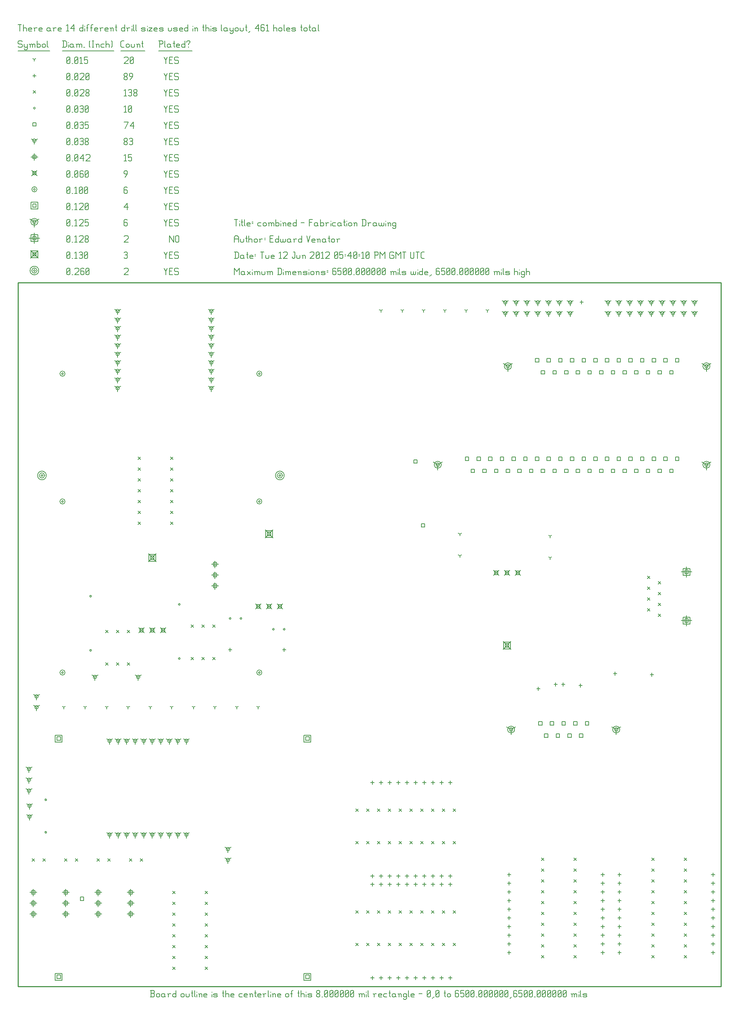
<source format=gbr>
G04 start of page 12 for group -3984 idx -3984 *
G04 Title: combined, fab *
G04 Creator: pcb 20110918 *
G04 CreationDate: Tue 12 Jun 2012 05:40:10 PM GMT UTC *
G04 For: ed *
G04 Format: Gerber/RS-274X *
G04 PCB-Dimensions: 650000 650000 *
G04 PCB-Coordinate-Origin: lower left *
%MOIN*%
%FSLAX25Y25*%
%LNFAB*%
%ADD126C,0.0100*%
%ADD125C,0.0075*%
%ADD124C,0.0060*%
%ADD123R,0.0080X0.0080*%
G54D123*X21200Y472000D02*G75*G03X22800Y472000I800J0D01*G01*
G75*G03X21200Y472000I-800J0D01*G01*
X19600D02*G75*G03X24400Y472000I2400J0D01*G01*
G75*G03X19600Y472000I-2400J0D01*G01*
X18000D02*G75*G03X26000Y472000I4000J0D01*G01*
G75*G03X18000Y472000I-4000J0D01*G01*
X241200D02*G75*G03X242800Y472000I800J0D01*G01*
G75*G03X241200Y472000I-800J0D01*G01*
X239600D02*G75*G03X244400Y472000I2400J0D01*G01*
G75*G03X239600Y472000I-2400J0D01*G01*
X238000D02*G75*G03X246000Y472000I4000J0D01*G01*
G75*G03X238000Y472000I-4000J0D01*G01*
X14200Y661250D02*G75*G03X15800Y661250I800J0D01*G01*
G75*G03X14200Y661250I-800J0D01*G01*
X12600D02*G75*G03X17400Y661250I2400J0D01*G01*
G75*G03X12600Y661250I-2400J0D01*G01*
X11000D02*G75*G03X19000Y661250I4000J0D01*G01*
G75*G03X11000Y661250I-4000J0D01*G01*
G54D124*X135000Y663500D02*X136500Y660500D01*
X138000Y663500D01*
X136500Y660500D02*Y657500D01*
X139800Y660800D02*X142050D01*
X139800Y657500D02*X142800D01*
X139800Y663500D02*Y657500D01*
Y663500D02*X142800D01*
X147600D02*X148350Y662750D01*
X145350Y663500D02*X147600D01*
X144600Y662750D02*X145350Y663500D01*
X144600Y662750D02*Y661250D01*
X145350Y660500D01*
X147600D01*
X148350Y659750D01*
Y658250D01*
X147600Y657500D02*X148350Y658250D01*
X145350Y657500D02*X147600D01*
X144600Y658250D02*X145350Y657500D01*
X98000Y662750D02*X98750Y663500D01*
X101000D01*
X101750Y662750D01*
Y661250D01*
X98000Y657500D02*X101750Y661250D01*
X98000Y657500D02*X101750D01*
X45000Y658250D02*X45750Y657500D01*
X45000Y662750D02*Y658250D01*
Y662750D02*X45750Y663500D01*
X47250D01*
X48000Y662750D01*
Y658250D01*
X47250Y657500D02*X48000Y658250D01*
X45750Y657500D02*X47250D01*
X45000Y659000D02*X48000Y662000D01*
X49800Y657500D02*X50550D01*
X52350Y662750D02*X53100Y663500D01*
X55350D01*
X56100Y662750D01*
Y661250D01*
X52350Y657500D02*X56100Y661250D01*
X52350Y657500D02*X56100D01*
X60150Y663500D02*X60900Y662750D01*
X58650Y663500D02*X60150D01*
X57900Y662750D02*X58650Y663500D01*
X57900Y662750D02*Y658250D01*
X58650Y657500D01*
X60150Y660800D02*X60900Y660050D01*
X57900Y660800D02*X60150D01*
X58650Y657500D02*X60150D01*
X60900Y658250D01*
Y660050D02*Y658250D01*
X62700D02*X63450Y657500D01*
X62700Y662750D02*Y658250D01*
Y662750D02*X63450Y663500D01*
X64950D01*
X65700Y662750D01*
Y658250D01*
X64950Y657500D02*X65700Y658250D01*
X63450Y657500D02*X64950D01*
X62700Y659000D02*X65700Y662000D01*
X228400Y421600D02*X235600Y414400D01*
X228400D02*X235600Y421600D01*
X230400Y419600D02*X233600D01*
X230400D02*Y416400D01*
X233600D01*
Y419600D02*Y416400D01*
X228800Y421200D02*X235200D01*
X228800D02*Y414800D01*
X235200D01*
Y421200D02*Y414800D01*
X120400Y399600D02*X127600Y392400D01*
X120400D02*X127600Y399600D01*
X122400Y397600D02*X125600D01*
X122400D02*Y394400D01*
X125600D01*
Y397600D02*Y394400D01*
X120800Y399200D02*X127200D01*
X120800D02*Y392800D01*
X127200D01*
Y399200D02*Y392800D01*
X448400Y318600D02*X455600Y311400D01*
X448400D02*X455600Y318600D01*
X450400Y316600D02*X453600D01*
X450400D02*Y313400D01*
X453600D01*
Y316600D02*Y313400D01*
X448800Y318200D02*X455200D01*
X448800D02*Y311800D01*
X455200D01*
Y318200D02*Y311800D01*
X11400Y679850D02*X18600Y672650D01*
X11400D02*X18600Y679850D01*
X13400Y677850D02*X16600D01*
X13400D02*Y674650D01*
X16600D01*
Y677850D02*Y674650D01*
X11800Y679450D02*X18200D01*
X11800D02*Y673050D01*
X18200D01*
Y679450D02*Y673050D01*
X135000Y678500D02*X136500Y675500D01*
X138000Y678500D01*
X136500Y675500D02*Y672500D01*
X139800Y675800D02*X142050D01*
X139800Y672500D02*X142800D01*
X139800Y678500D02*Y672500D01*
Y678500D02*X142800D01*
X147600D02*X148350Y677750D01*
X145350Y678500D02*X147600D01*
X144600Y677750D02*X145350Y678500D01*
X144600Y677750D02*Y676250D01*
X145350Y675500D01*
X147600D01*
X148350Y674750D01*
Y673250D01*
X147600Y672500D02*X148350Y673250D01*
X145350Y672500D02*X147600D01*
X144600Y673250D02*X145350Y672500D01*
X98000Y677750D02*X98750Y678500D01*
X100250D01*
X101000Y677750D01*
X100250Y672500D02*X101000Y673250D01*
X98750Y672500D02*X100250D01*
X98000Y673250D02*X98750Y672500D01*
Y675800D02*X100250D01*
X101000Y677750D02*Y676550D01*
Y675050D02*Y673250D01*
Y675050D02*X100250Y675800D01*
X101000Y676550D02*X100250Y675800D01*
X45000Y673250D02*X45750Y672500D01*
X45000Y677750D02*Y673250D01*
Y677750D02*X45750Y678500D01*
X47250D01*
X48000Y677750D01*
Y673250D01*
X47250Y672500D02*X48000Y673250D01*
X45750Y672500D02*X47250D01*
X45000Y674000D02*X48000Y677000D01*
X49800Y672500D02*X50550D01*
X52350Y677300D02*X53550Y678500D01*
Y672500D01*
X52350D02*X54600D01*
X56400Y677750D02*X57150Y678500D01*
X58650D01*
X59400Y677750D01*
X58650Y672500D02*X59400Y673250D01*
X57150Y672500D02*X58650D01*
X56400Y673250D02*X57150Y672500D01*
Y675800D02*X58650D01*
X59400Y677750D02*Y676550D01*
Y675050D02*Y673250D01*
Y675050D02*X58650Y675800D01*
X59400Y676550D02*X58650Y675800D01*
X61200Y673250D02*X61950Y672500D01*
X61200Y677750D02*Y673250D01*
Y677750D02*X61950Y678500D01*
X63450D01*
X64200Y677750D01*
Y673250D01*
X63450Y672500D02*X64200Y673250D01*
X61950Y672500D02*X63450D01*
X61200Y674000D02*X64200Y677000D01*
X618000Y342800D02*Y333200D01*
X613200Y338000D02*X622800D01*
X616400Y339600D02*X619600D01*
X616400D02*Y336400D01*
X619600D01*
Y339600D02*Y336400D01*
X614800Y341200D02*X621200D01*
X614800D02*Y334800D01*
X621200D01*
Y341200D02*Y334800D01*
X618000Y387800D02*Y378200D01*
X613200Y383000D02*X622800D01*
X616400Y384600D02*X619600D01*
X616400D02*Y381400D01*
X619600D01*
Y384600D02*Y381400D01*
X614800Y386200D02*X621200D01*
X614800D02*Y379800D01*
X621200D01*
Y386200D02*Y379800D01*
X15000Y696050D02*Y686450D01*
X10200Y691250D02*X19800D01*
X13400Y692850D02*X16600D01*
X13400D02*Y689650D01*
X16600D01*
Y692850D02*Y689650D01*
X11800Y694450D02*X18200D01*
X11800D02*Y688050D01*
X18200D01*
Y694450D02*Y688050D01*
X140000Y693500D02*Y687500D01*
Y693500D02*X143750Y687500D01*
Y693500D02*Y687500D01*
X145550Y692750D02*Y688250D01*
Y692750D02*X146300Y693500D01*
X147800D01*
X148550Y692750D01*
Y688250D01*
X147800Y687500D02*X148550Y688250D01*
X146300Y687500D02*X147800D01*
X145550Y688250D02*X146300Y687500D01*
X98000Y692750D02*X98750Y693500D01*
X101000D01*
X101750Y692750D01*
Y691250D01*
X98000Y687500D02*X101750Y691250D01*
X98000Y687500D02*X101750D01*
X45000Y688250D02*X45750Y687500D01*
X45000Y692750D02*Y688250D01*
Y692750D02*X45750Y693500D01*
X47250D01*
X48000Y692750D01*
Y688250D01*
X47250Y687500D02*X48000Y688250D01*
X45750Y687500D02*X47250D01*
X45000Y689000D02*X48000Y692000D01*
X49800Y687500D02*X50550D01*
X52350Y692300D02*X53550Y693500D01*
Y687500D01*
X52350D02*X54600D01*
X56400Y692750D02*X57150Y693500D01*
X59400D01*
X60150Y692750D01*
Y691250D01*
X56400Y687500D02*X60150Y691250D01*
X56400Y687500D02*X60150D01*
X61950Y688250D02*X62700Y687500D01*
X61950Y689450D02*Y688250D01*
Y689450D02*X63000Y690500D01*
X63900D01*
X64950Y689450D01*
Y688250D01*
X64200Y687500D02*X64950Y688250D01*
X62700Y687500D02*X64200D01*
X61950Y691550D02*X63000Y690500D01*
X61950Y692750D02*Y691550D01*
Y692750D02*X62700Y693500D01*
X64200D01*
X64950Y692750D01*
Y691550D01*
X63900Y690500D02*X64950Y691550D01*
X636430Y572900D02*Y568100D01*
Y572900D02*X640590Y575300D01*
X636430Y572900D02*X632270Y575300D01*
X634830Y572900D02*G75*G03X638030Y572900I1600J0D01*G01*
G75*G03X634830Y572900I-1600J0D01*G01*
X633230D02*G75*G03X639630Y572900I3200J0D01*G01*
G75*G03X633230Y572900I-3200J0D01*G01*
X452830D02*Y568100D01*
Y572900D02*X456990Y575300D01*
X452830Y572900D02*X448670Y575300D01*
X451230Y572900D02*G75*G03X454430Y572900I1600J0D01*G01*
G75*G03X451230Y572900I-1600J0D01*G01*
X449630D02*G75*G03X456030Y572900I3200J0D01*G01*
G75*G03X449630Y572900I-3200J0D01*G01*
X636430Y481900D02*Y477100D01*
Y481900D02*X640590Y484300D01*
X636430Y481900D02*X632270Y484300D01*
X634830Y481900D02*G75*G03X638030Y481900I1600J0D01*G01*
G75*G03X634830Y481900I-1600J0D01*G01*
X633230D02*G75*G03X639630Y481900I3200J0D01*G01*
G75*G03X633230Y481900I-3200J0D01*G01*
X388030D02*Y477100D01*
Y481900D02*X392190Y484300D01*
X388030Y481900D02*X383870Y484300D01*
X386430Y481900D02*G75*G03X389630Y481900I1600J0D01*G01*
G75*G03X386430Y481900I-1600J0D01*G01*
X384830D02*G75*G03X391230Y481900I3200J0D01*G01*
G75*G03X384830Y481900I-3200J0D01*G01*
X455830Y237400D02*Y232600D01*
Y237400D02*X459990Y239800D01*
X455830Y237400D02*X451670Y239800D01*
X454230Y237400D02*G75*G03X457430Y237400I1600J0D01*G01*
G75*G03X454230Y237400I-1600J0D01*G01*
X452630D02*G75*G03X459030Y237400I3200J0D01*G01*
G75*G03X452630Y237400I-3200J0D01*G01*
X553030D02*Y232600D01*
Y237400D02*X557190Y239800D01*
X553030Y237400D02*X548870Y239800D01*
X551430Y237400D02*G75*G03X554630Y237400I1600J0D01*G01*
G75*G03X551430Y237400I-1600J0D01*G01*
X549830D02*G75*G03X556230Y237400I3200J0D01*G01*
G75*G03X549830Y237400I-3200J0D01*G01*
X15000Y706250D02*Y701450D01*
Y706250D02*X19160Y708650D01*
X15000Y706250D02*X10840Y708650D01*
X13400Y706250D02*G75*G03X16600Y706250I1600J0D01*G01*
G75*G03X13400Y706250I-1600J0D01*G01*
X11800D02*G75*G03X18200Y706250I3200J0D01*G01*
G75*G03X11800Y706250I-3200J0D01*G01*
X135000Y708500D02*X136500Y705500D01*
X138000Y708500D01*
X136500Y705500D02*Y702500D01*
X139800Y705800D02*X142050D01*
X139800Y702500D02*X142800D01*
X139800Y708500D02*Y702500D01*
Y708500D02*X142800D01*
X147600D02*X148350Y707750D01*
X145350Y708500D02*X147600D01*
X144600Y707750D02*X145350Y708500D01*
X144600Y707750D02*Y706250D01*
X145350Y705500D01*
X147600D01*
X148350Y704750D01*
Y703250D01*
X147600Y702500D02*X148350Y703250D01*
X145350Y702500D02*X147600D01*
X144600Y703250D02*X145350Y702500D01*
X100250Y708500D02*X101000Y707750D01*
X98750Y708500D02*X100250D01*
X98000Y707750D02*X98750Y708500D01*
X98000Y707750D02*Y703250D01*
X98750Y702500D01*
X100250Y705800D02*X101000Y705050D01*
X98000Y705800D02*X100250D01*
X98750Y702500D02*X100250D01*
X101000Y703250D01*
Y705050D02*Y703250D01*
X45000D02*X45750Y702500D01*
X45000Y707750D02*Y703250D01*
Y707750D02*X45750Y708500D01*
X47250D01*
X48000Y707750D01*
Y703250D01*
X47250Y702500D02*X48000Y703250D01*
X45750Y702500D02*X47250D01*
X45000Y704000D02*X48000Y707000D01*
X49800Y702500D02*X50550D01*
X52350Y707300D02*X53550Y708500D01*
Y702500D01*
X52350D02*X54600D01*
X56400Y707750D02*X57150Y708500D01*
X59400D01*
X60150Y707750D01*
Y706250D01*
X56400Y702500D02*X60150Y706250D01*
X56400Y702500D02*X60150D01*
X61950Y708500D02*X64950D01*
X61950D02*Y705500D01*
X62700Y706250D01*
X64200D01*
X64950Y705500D01*
Y703250D01*
X64200Y702500D02*X64950Y703250D01*
X62700Y702500D02*X64200D01*
X61950Y703250D02*X62700Y702500D01*
X35900Y10600D02*X39100D01*
X35900D02*Y7400D01*
X39100D01*
Y10600D02*Y7400D01*
X34300Y12200D02*X40700D01*
X34300D02*Y5800D01*
X40700D01*
Y12200D02*Y5800D01*
X35900Y230600D02*X39100D01*
X35900D02*Y227400D01*
X39100D01*
Y230600D02*Y227400D01*
X34300Y232200D02*X40700D01*
X34300D02*Y225800D01*
X40700D01*
Y232200D02*Y225800D01*
X265900Y230600D02*X269100D01*
X265900D02*Y227400D01*
X269100D01*
Y230600D02*Y227400D01*
X264300Y232200D02*X270700D01*
X264300D02*Y225800D01*
X270700D01*
Y232200D02*Y225800D01*
X265900Y10600D02*X269100D01*
X265900D02*Y7400D01*
X269100D01*
Y10600D02*Y7400D01*
X264300Y12200D02*X270700D01*
X264300D02*Y5800D01*
X270700D01*
Y12200D02*Y5800D01*
X13400Y722850D02*X16600D01*
X13400D02*Y719650D01*
X16600D01*
Y722850D02*Y719650D01*
X11800Y724450D02*X18200D01*
X11800D02*Y718050D01*
X18200D01*
Y724450D02*Y718050D01*
X135000Y723500D02*X136500Y720500D01*
X138000Y723500D01*
X136500Y720500D02*Y717500D01*
X139800Y720800D02*X142050D01*
X139800Y717500D02*X142800D01*
X139800Y723500D02*Y717500D01*
Y723500D02*X142800D01*
X147600D02*X148350Y722750D01*
X145350Y723500D02*X147600D01*
X144600Y722750D02*X145350Y723500D01*
X144600Y722750D02*Y721250D01*
X145350Y720500D01*
X147600D01*
X148350Y719750D01*
Y718250D01*
X147600Y717500D02*X148350Y718250D01*
X145350Y717500D02*X147600D01*
X144600Y718250D02*X145350Y717500D01*
X98000Y719750D02*X101000Y723500D01*
X98000Y719750D02*X101750D01*
X101000Y723500D02*Y717500D01*
X45000Y718250D02*X45750Y717500D01*
X45000Y722750D02*Y718250D01*
Y722750D02*X45750Y723500D01*
X47250D01*
X48000Y722750D01*
Y718250D01*
X47250Y717500D02*X48000Y718250D01*
X45750Y717500D02*X47250D01*
X45000Y719000D02*X48000Y722000D01*
X49800Y717500D02*X50550D01*
X52350Y722300D02*X53550Y723500D01*
Y717500D01*
X52350D02*X54600D01*
X56400Y722750D02*X57150Y723500D01*
X59400D01*
X60150Y722750D01*
Y721250D01*
X56400Y717500D02*X60150Y721250D01*
X56400Y717500D02*X60150D01*
X61950Y718250D02*X62700Y717500D01*
X61950Y722750D02*Y718250D01*
Y722750D02*X62700Y723500D01*
X64200D01*
X64950Y722750D01*
Y718250D01*
X64200Y717500D02*X64950Y718250D01*
X62700Y717500D02*X64200D01*
X61950Y719000D02*X64950Y722000D01*
X40200Y290000D02*G75*G03X41800Y290000I800J0D01*G01*
G75*G03X40200Y290000I-800J0D01*G01*
X38600D02*G75*G03X43400Y290000I2400J0D01*G01*
G75*G03X38600Y290000I-2400J0D01*G01*
X222200D02*G75*G03X223800Y290000I800J0D01*G01*
G75*G03X222200Y290000I-800J0D01*G01*
X220600D02*G75*G03X225400Y290000I2400J0D01*G01*
G75*G03X220600Y290000I-2400J0D01*G01*
X222200Y448000D02*G75*G03X223800Y448000I800J0D01*G01*
G75*G03X222200Y448000I-800J0D01*G01*
X220600D02*G75*G03X225400Y448000I2400J0D01*G01*
G75*G03X220600Y448000I-2400J0D01*G01*
X40200D02*G75*G03X41800Y448000I800J0D01*G01*
G75*G03X40200Y448000I-800J0D01*G01*
X38600D02*G75*G03X43400Y448000I2400J0D01*G01*
G75*G03X38600Y448000I-2400J0D01*G01*
X40200Y566000D02*G75*G03X41800Y566000I800J0D01*G01*
G75*G03X40200Y566000I-800J0D01*G01*
X38600D02*G75*G03X43400Y566000I2400J0D01*G01*
G75*G03X38600Y566000I-2400J0D01*G01*
X222200D02*G75*G03X223800Y566000I800J0D01*G01*
G75*G03X222200Y566000I-800J0D01*G01*
X220600D02*G75*G03X225400Y566000I2400J0D01*G01*
G75*G03X220600Y566000I-2400J0D01*G01*
X14200Y736250D02*G75*G03X15800Y736250I800J0D01*G01*
G75*G03X14200Y736250I-800J0D01*G01*
X12600D02*G75*G03X17400Y736250I2400J0D01*G01*
G75*G03X12600Y736250I-2400J0D01*G01*
X135000Y738500D02*X136500Y735500D01*
X138000Y738500D01*
X136500Y735500D02*Y732500D01*
X139800Y735800D02*X142050D01*
X139800Y732500D02*X142800D01*
X139800Y738500D02*Y732500D01*
Y738500D02*X142800D01*
X147600D02*X148350Y737750D01*
X145350Y738500D02*X147600D01*
X144600Y737750D02*X145350Y738500D01*
X144600Y737750D02*Y736250D01*
X145350Y735500D01*
X147600D01*
X148350Y734750D01*
Y733250D01*
X147600Y732500D02*X148350Y733250D01*
X145350Y732500D02*X147600D01*
X144600Y733250D02*X145350Y732500D01*
X100250Y738500D02*X101000Y737750D01*
X98750Y738500D02*X100250D01*
X98000Y737750D02*X98750Y738500D01*
X98000Y737750D02*Y733250D01*
X98750Y732500D01*
X100250Y735800D02*X101000Y735050D01*
X98000Y735800D02*X100250D01*
X98750Y732500D02*X100250D01*
X101000Y733250D01*
Y735050D02*Y733250D01*
X45000D02*X45750Y732500D01*
X45000Y737750D02*Y733250D01*
Y737750D02*X45750Y738500D01*
X47250D01*
X48000Y737750D01*
Y733250D01*
X47250Y732500D02*X48000Y733250D01*
X45750Y732500D02*X47250D01*
X45000Y734000D02*X48000Y737000D01*
X49800Y732500D02*X50550D01*
X52350Y737300D02*X53550Y738500D01*
Y732500D01*
X52350D02*X54600D01*
X56400Y733250D02*X57150Y732500D01*
X56400Y737750D02*Y733250D01*
Y737750D02*X57150Y738500D01*
X58650D01*
X59400Y737750D01*
Y733250D01*
X58650Y732500D02*X59400Y733250D01*
X57150Y732500D02*X58650D01*
X56400Y734000D02*X59400Y737000D01*
X61200Y733250D02*X61950Y732500D01*
X61200Y737750D02*Y733250D01*
Y737750D02*X61950Y738500D01*
X63450D01*
X64200Y737750D01*
Y733250D01*
X63450Y732500D02*X64200Y733250D01*
X61950Y732500D02*X63450D01*
X61200Y734000D02*X64200Y737000D01*
X219600Y353400D02*X224400Y348600D01*
X219600D02*X224400Y353400D01*
X220400Y352600D02*X223600D01*
X220400D02*Y349400D01*
X223600D01*
Y352600D02*Y349400D01*
X229600Y353400D02*X234400Y348600D01*
X229600D02*X234400Y353400D01*
X230400Y352600D02*X233600D01*
X230400D02*Y349400D01*
X233600D01*
Y352600D02*Y349400D01*
X239600Y353400D02*X244400Y348600D01*
X239600D02*X244400Y353400D01*
X240400Y352600D02*X243600D01*
X240400D02*Y349400D01*
X243600D01*
Y352600D02*Y349400D01*
X111600Y331400D02*X116400Y326600D01*
X111600D02*X116400Y331400D01*
X112400Y330600D02*X115600D01*
X112400D02*Y327400D01*
X115600D01*
Y330600D02*Y327400D01*
X121600Y331400D02*X126400Y326600D01*
X121600D02*X126400Y331400D01*
X122400Y330600D02*X125600D01*
X122400D02*Y327400D01*
X125600D01*
Y330600D02*Y327400D01*
X131600Y331400D02*X136400Y326600D01*
X131600D02*X136400Y331400D01*
X132400Y330600D02*X135600D01*
X132400D02*Y327400D01*
X135600D01*
Y330600D02*Y327400D01*
X459600Y384400D02*X464400Y379600D01*
X459600D02*X464400Y384400D01*
X460400Y383600D02*X463600D01*
X460400D02*Y380400D01*
X463600D01*
Y383600D02*Y380400D01*
X449600Y384400D02*X454400Y379600D01*
X449600D02*X454400Y384400D01*
X450400Y383600D02*X453600D01*
X450400D02*Y380400D01*
X453600D01*
Y383600D02*Y380400D01*
X439600Y384400D02*X444400Y379600D01*
X439600D02*X444400Y384400D01*
X440400Y383600D02*X443600D01*
X440400D02*Y380400D01*
X443600D01*
Y383600D02*Y380400D01*
X12600Y753650D02*X17400Y748850D01*
X12600D02*X17400Y753650D01*
X13400Y752850D02*X16600D01*
X13400D02*Y749650D01*
X16600D01*
Y752850D02*Y749650D01*
X135000Y753500D02*X136500Y750500D01*
X138000Y753500D01*
X136500Y750500D02*Y747500D01*
X139800Y750800D02*X142050D01*
X139800Y747500D02*X142800D01*
X139800Y753500D02*Y747500D01*
Y753500D02*X142800D01*
X147600D02*X148350Y752750D01*
X145350Y753500D02*X147600D01*
X144600Y752750D02*X145350Y753500D01*
X144600Y752750D02*Y751250D01*
X145350Y750500D01*
X147600D01*
X148350Y749750D01*
Y748250D01*
X147600Y747500D02*X148350Y748250D01*
X145350Y747500D02*X147600D01*
X144600Y748250D02*X145350Y747500D01*
X98750D02*X101000Y750500D01*
Y752750D02*Y750500D01*
X100250Y753500D02*X101000Y752750D01*
X98750Y753500D02*X100250D01*
X98000Y752750D02*X98750Y753500D01*
X98000Y752750D02*Y751250D01*
X98750Y750500D01*
X101000D01*
X45000Y748250D02*X45750Y747500D01*
X45000Y752750D02*Y748250D01*
Y752750D02*X45750Y753500D01*
X47250D01*
X48000Y752750D01*
Y748250D01*
X47250Y747500D02*X48000Y748250D01*
X45750Y747500D02*X47250D01*
X45000Y749000D02*X48000Y752000D01*
X49800Y747500D02*X50550D01*
X52350Y748250D02*X53100Y747500D01*
X52350Y752750D02*Y748250D01*
Y752750D02*X53100Y753500D01*
X54600D01*
X55350Y752750D01*
Y748250D01*
X54600Y747500D02*X55350Y748250D01*
X53100Y747500D02*X54600D01*
X52350Y749000D02*X55350Y752000D01*
X59400Y753500D02*X60150Y752750D01*
X57900Y753500D02*X59400D01*
X57150Y752750D02*X57900Y753500D01*
X57150Y752750D02*Y748250D01*
X57900Y747500D01*
X59400Y750800D02*X60150Y750050D01*
X57150Y750800D02*X59400D01*
X57900Y747500D02*X59400D01*
X60150Y748250D01*
Y750050D02*Y748250D01*
X61950D02*X62700Y747500D01*
X61950Y752750D02*Y748250D01*
Y752750D02*X62700Y753500D01*
X64200D01*
X64950Y752750D01*
Y748250D01*
X64200Y747500D02*X64950Y748250D01*
X62700Y747500D02*X64200D01*
X61950Y749000D02*X64950Y752000D01*
X182000Y373200D02*Y366800D01*
X178800Y370000D02*X185200D01*
X180400Y371600D02*X183600D01*
X180400D02*Y368400D01*
X183600D01*
Y371600D02*Y368400D01*
X182000Y383200D02*Y376800D01*
X178800Y380000D02*X185200D01*
X180400Y381600D02*X183600D01*
X180400D02*Y378400D01*
X183600D01*
Y381600D02*Y378400D01*
X182000Y393200D02*Y386800D01*
X178800Y390000D02*X185200D01*
X180400Y391600D02*X183600D01*
X180400D02*Y388400D01*
X183600D01*
Y391600D02*Y388400D01*
X14000Y70200D02*Y63800D01*
X10800Y67000D02*X17200D01*
X12400Y68600D02*X15600D01*
X12400D02*Y65400D01*
X15600D01*
Y68600D02*Y65400D01*
X14000Y80200D02*Y73800D01*
X10800Y77000D02*X17200D01*
X12400Y78600D02*X15600D01*
X12400D02*Y75400D01*
X15600D01*
Y78600D02*Y75400D01*
X14000Y90200D02*Y83800D01*
X10800Y87000D02*X17200D01*
X12400Y88600D02*X15600D01*
X12400D02*Y85400D01*
X15600D01*
Y88600D02*Y85400D01*
X104000Y70200D02*Y63800D01*
X100800Y67000D02*X107200D01*
X102400Y68600D02*X105600D01*
X102400D02*Y65400D01*
X105600D01*
Y68600D02*Y65400D01*
X104000Y80200D02*Y73800D01*
X100800Y77000D02*X107200D01*
X102400Y78600D02*X105600D01*
X102400D02*Y75400D01*
X105600D01*
Y78600D02*Y75400D01*
X104000Y90200D02*Y83800D01*
X100800Y87000D02*X107200D01*
X102400Y88600D02*X105600D01*
X102400D02*Y85400D01*
X105600D01*
Y88600D02*Y85400D01*
X44000Y70200D02*Y63800D01*
X40800Y67000D02*X47200D01*
X42400Y68600D02*X45600D01*
X42400D02*Y65400D01*
X45600D01*
Y68600D02*Y65400D01*
X44000Y80200D02*Y73800D01*
X40800Y77000D02*X47200D01*
X42400Y78600D02*X45600D01*
X42400D02*Y75400D01*
X45600D01*
Y78600D02*Y75400D01*
X44000Y90200D02*Y83800D01*
X40800Y87000D02*X47200D01*
X42400Y88600D02*X45600D01*
X42400D02*Y85400D01*
X45600D01*
Y88600D02*Y85400D01*
X74000Y70200D02*Y63800D01*
X70800Y67000D02*X77200D01*
X72400Y68600D02*X75600D01*
X72400D02*Y65400D01*
X75600D01*
Y68600D02*Y65400D01*
X74000Y80200D02*Y73800D01*
X70800Y77000D02*X77200D01*
X72400Y78600D02*X75600D01*
X72400D02*Y75400D01*
X75600D01*
Y78600D02*Y75400D01*
X74000Y90200D02*Y83800D01*
X70800Y87000D02*X77200D01*
X72400Y88600D02*X75600D01*
X72400D02*Y85400D01*
X75600D01*
Y88600D02*Y85400D01*
X15000Y769450D02*Y763050D01*
X11800Y766250D02*X18200D01*
X13400Y767850D02*X16600D01*
X13400D02*Y764650D01*
X16600D01*
Y767850D02*Y764650D01*
X135000Y768500D02*X136500Y765500D01*
X138000Y768500D01*
X136500Y765500D02*Y762500D01*
X139800Y765800D02*X142050D01*
X139800Y762500D02*X142800D01*
X139800Y768500D02*Y762500D01*
Y768500D02*X142800D01*
X147600D02*X148350Y767750D01*
X145350Y768500D02*X147600D01*
X144600Y767750D02*X145350Y768500D01*
X144600Y767750D02*Y766250D01*
X145350Y765500D01*
X147600D01*
X148350Y764750D01*
Y763250D01*
X147600Y762500D02*X148350Y763250D01*
X145350Y762500D02*X147600D01*
X144600Y763250D02*X145350Y762500D01*
X98000Y767300D02*X99200Y768500D01*
Y762500D01*
X98000D02*X100250D01*
X102050Y768500D02*X105050D01*
X102050D02*Y765500D01*
X102800Y766250D01*
X104300D01*
X105050Y765500D01*
Y763250D01*
X104300Y762500D02*X105050Y763250D01*
X102800Y762500D02*X104300D01*
X102050Y763250D02*X102800Y762500D01*
X45000Y763250D02*X45750Y762500D01*
X45000Y767750D02*Y763250D01*
Y767750D02*X45750Y768500D01*
X47250D01*
X48000Y767750D01*
Y763250D01*
X47250Y762500D02*X48000Y763250D01*
X45750Y762500D02*X47250D01*
X45000Y764000D02*X48000Y767000D01*
X49800Y762500D02*X50550D01*
X52350Y763250D02*X53100Y762500D01*
X52350Y767750D02*Y763250D01*
Y767750D02*X53100Y768500D01*
X54600D01*
X55350Y767750D01*
Y763250D01*
X54600Y762500D02*X55350Y763250D01*
X53100Y762500D02*X54600D01*
X52350Y764000D02*X55350Y767000D01*
X57150Y764750D02*X60150Y768500D01*
X57150Y764750D02*X60900D01*
X60150Y768500D02*Y762500D01*
X62700Y767750D02*X63450Y768500D01*
X65700D01*
X66450Y767750D01*
Y766250D01*
X62700Y762500D02*X66450Y766250D01*
X62700Y762500D02*X66450D01*
X17000Y268000D02*Y264800D01*
Y268000D02*X19773Y269600D01*
X17000Y268000D02*X14227Y269600D01*
X15400Y268000D02*G75*G03X18600Y268000I1600J0D01*G01*
G75*G03X15400Y268000I-1600J0D01*G01*
X17000Y258000D02*Y254800D01*
Y258000D02*X19773Y259600D01*
X17000Y258000D02*X14227Y259600D01*
X15400Y258000D02*G75*G03X18600Y258000I1600J0D01*G01*
G75*G03X15400Y258000I-1600J0D01*G01*
X92000Y623800D02*Y620600D01*
Y623800D02*X94773Y625400D01*
X92000Y623800D02*X89227Y625400D01*
X90400Y623800D02*G75*G03X93600Y623800I1600J0D01*G01*
G75*G03X90400Y623800I-1600J0D01*G01*
X92000Y615900D02*Y612700D01*
Y615900D02*X94773Y617500D01*
X92000Y615900D02*X89227Y617500D01*
X90400Y615900D02*G75*G03X93600Y615900I1600J0D01*G01*
G75*G03X90400Y615900I-1600J0D01*G01*
X92000Y608000D02*Y604800D01*
Y608000D02*X94773Y609600D01*
X92000Y608000D02*X89227Y609600D01*
X90400Y608000D02*G75*G03X93600Y608000I1600J0D01*G01*
G75*G03X90400Y608000I-1600J0D01*G01*
X92000Y600100D02*Y596900D01*
Y600100D02*X94773Y601700D01*
X92000Y600100D02*X89227Y601700D01*
X90400Y600100D02*G75*G03X93600Y600100I1600J0D01*G01*
G75*G03X90400Y600100I-1600J0D01*G01*
X92000Y592200D02*Y589000D01*
Y592200D02*X94773Y593800D01*
X92000Y592200D02*X89227Y593800D01*
X90400Y592200D02*G75*G03X93600Y592200I1600J0D01*G01*
G75*G03X90400Y592200I-1600J0D01*G01*
X92000Y584300D02*Y581100D01*
Y584300D02*X94773Y585900D01*
X92000Y584300D02*X89227Y585900D01*
X90400Y584300D02*G75*G03X93600Y584300I1600J0D01*G01*
G75*G03X90400Y584300I-1600J0D01*G01*
X92000Y576400D02*Y573200D01*
Y576400D02*X94773Y578000D01*
X92000Y576400D02*X89227Y578000D01*
X90400Y576400D02*G75*G03X93600Y576400I1600J0D01*G01*
G75*G03X90400Y576400I-1600J0D01*G01*
X92000Y568500D02*Y565300D01*
Y568500D02*X94773Y570100D01*
X92000Y568500D02*X89227Y570100D01*
X90400Y568500D02*G75*G03X93600Y568500I1600J0D01*G01*
G75*G03X90400Y568500I-1600J0D01*G01*
X92000Y560600D02*Y557400D01*
Y560600D02*X94773Y562200D01*
X92000Y560600D02*X89227Y562200D01*
X90400Y560600D02*G75*G03X93600Y560600I1600J0D01*G01*
G75*G03X90400Y560600I-1600J0D01*G01*
X92000Y552700D02*Y549500D01*
Y552700D02*X94773Y554300D01*
X92000Y552700D02*X89227Y554300D01*
X90400Y552700D02*G75*G03X93600Y552700I1600J0D01*G01*
G75*G03X90400Y552700I-1600J0D01*G01*
X178600Y623800D02*Y620600D01*
Y623800D02*X181373Y625400D01*
X178600Y623800D02*X175827Y625400D01*
X177000Y623800D02*G75*G03X180200Y623800I1600J0D01*G01*
G75*G03X177000Y623800I-1600J0D01*G01*
X178600Y615900D02*Y612700D01*
Y615900D02*X181373Y617500D01*
X178600Y615900D02*X175827Y617500D01*
X177000Y615900D02*G75*G03X180200Y615900I1600J0D01*G01*
G75*G03X177000Y615900I-1600J0D01*G01*
X178600Y608000D02*Y604800D01*
Y608000D02*X181373Y609600D01*
X178600Y608000D02*X175827Y609600D01*
X177000Y608000D02*G75*G03X180200Y608000I1600J0D01*G01*
G75*G03X177000Y608000I-1600J0D01*G01*
X178600Y600100D02*Y596900D01*
Y600100D02*X181373Y601700D01*
X178600Y600100D02*X175827Y601700D01*
X177000Y600100D02*G75*G03X180200Y600100I1600J0D01*G01*
G75*G03X177000Y600100I-1600J0D01*G01*
X178600Y592200D02*Y589000D01*
Y592200D02*X181373Y593800D01*
X178600Y592200D02*X175827Y593800D01*
X177000Y592200D02*G75*G03X180200Y592200I1600J0D01*G01*
G75*G03X177000Y592200I-1600J0D01*G01*
X178600Y584300D02*Y581100D01*
Y584300D02*X181373Y585900D01*
X178600Y584300D02*X175827Y585900D01*
X177000Y584300D02*G75*G03X180200Y584300I1600J0D01*G01*
G75*G03X177000Y584300I-1600J0D01*G01*
X178600Y576400D02*Y573200D01*
Y576400D02*X181373Y578000D01*
X178600Y576400D02*X175827Y578000D01*
X177000Y576400D02*G75*G03X180200Y576400I1600J0D01*G01*
G75*G03X177000Y576400I-1600J0D01*G01*
X178600Y568500D02*Y565300D01*
Y568500D02*X181373Y570100D01*
X178600Y568500D02*X175827Y570100D01*
X177000Y568500D02*G75*G03X180200Y568500I1600J0D01*G01*
G75*G03X177000Y568500I-1600J0D01*G01*
X178600Y560600D02*Y557400D01*
Y560600D02*X181373Y562200D01*
X178600Y560600D02*X175827Y562200D01*
X177000Y560600D02*G75*G03X180200Y560600I1600J0D01*G01*
G75*G03X177000Y560600I-1600J0D01*G01*
X178600Y552700D02*Y549500D01*
Y552700D02*X181373Y554300D01*
X178600Y552700D02*X175827Y554300D01*
X177000Y552700D02*G75*G03X180200Y552700I1600J0D01*G01*
G75*G03X177000Y552700I-1600J0D01*G01*
X111000Y286000D02*Y282800D01*
Y286000D02*X113773Y287600D01*
X111000Y286000D02*X108227Y287600D01*
X109400Y286000D02*G75*G03X112600Y286000I1600J0D01*G01*
G75*G03X109400Y286000I-1600J0D01*G01*
X71000D02*Y282800D01*
Y286000D02*X73773Y287600D01*
X71000Y286000D02*X68227Y287600D01*
X69400Y286000D02*G75*G03X72600Y286000I1600J0D01*G01*
G75*G03X69400Y286000I-1600J0D01*G01*
X155600Y227000D02*Y223800D01*
Y227000D02*X158373Y228600D01*
X155600Y227000D02*X152827Y228600D01*
X154000Y227000D02*G75*G03X157200Y227000I1600J0D01*G01*
G75*G03X154000Y227000I-1600J0D01*G01*
X147700D02*Y223800D01*
Y227000D02*X150473Y228600D01*
X147700Y227000D02*X144927Y228600D01*
X146100Y227000D02*G75*G03X149300Y227000I1600J0D01*G01*
G75*G03X146100Y227000I-1600J0D01*G01*
X139800D02*Y223800D01*
Y227000D02*X142573Y228600D01*
X139800Y227000D02*X137027Y228600D01*
X138200Y227000D02*G75*G03X141400Y227000I1600J0D01*G01*
G75*G03X138200Y227000I-1600J0D01*G01*
X131900D02*Y223800D01*
Y227000D02*X134673Y228600D01*
X131900Y227000D02*X129127Y228600D01*
X130300Y227000D02*G75*G03X133500Y227000I1600J0D01*G01*
G75*G03X130300Y227000I-1600J0D01*G01*
X124000D02*Y223800D01*
Y227000D02*X126773Y228600D01*
X124000Y227000D02*X121227Y228600D01*
X122400Y227000D02*G75*G03X125600Y227000I1600J0D01*G01*
G75*G03X122400Y227000I-1600J0D01*G01*
X116100D02*Y223800D01*
Y227000D02*X118873Y228600D01*
X116100Y227000D02*X113327Y228600D01*
X114500Y227000D02*G75*G03X117700Y227000I1600J0D01*G01*
G75*G03X114500Y227000I-1600J0D01*G01*
X108200D02*Y223800D01*
Y227000D02*X110973Y228600D01*
X108200Y227000D02*X105427Y228600D01*
X106600Y227000D02*G75*G03X109800Y227000I1600J0D01*G01*
G75*G03X106600Y227000I-1600J0D01*G01*
X100300D02*Y223800D01*
Y227000D02*X103073Y228600D01*
X100300Y227000D02*X97527Y228600D01*
X98700Y227000D02*G75*G03X101900Y227000I1600J0D01*G01*
G75*G03X98700Y227000I-1600J0D01*G01*
X92400D02*Y223800D01*
Y227000D02*X95173Y228600D01*
X92400Y227000D02*X89627Y228600D01*
X90800Y227000D02*G75*G03X94000Y227000I1600J0D01*G01*
G75*G03X90800Y227000I-1600J0D01*G01*
X84500D02*Y223800D01*
Y227000D02*X87273Y228600D01*
X84500Y227000D02*X81727Y228600D01*
X82900Y227000D02*G75*G03X86100Y227000I1600J0D01*G01*
G75*G03X82900Y227000I-1600J0D01*G01*
X155600Y140400D02*Y137200D01*
Y140400D02*X158373Y142000D01*
X155600Y140400D02*X152827Y142000D01*
X154000Y140400D02*G75*G03X157200Y140400I1600J0D01*G01*
G75*G03X154000Y140400I-1600J0D01*G01*
X147700D02*Y137200D01*
Y140400D02*X150473Y142000D01*
X147700Y140400D02*X144927Y142000D01*
X146100Y140400D02*G75*G03X149300Y140400I1600J0D01*G01*
G75*G03X146100Y140400I-1600J0D01*G01*
X139800D02*Y137200D01*
Y140400D02*X142573Y142000D01*
X139800Y140400D02*X137027Y142000D01*
X138200Y140400D02*G75*G03X141400Y140400I1600J0D01*G01*
G75*G03X138200Y140400I-1600J0D01*G01*
X131900D02*Y137200D01*
Y140400D02*X134673Y142000D01*
X131900Y140400D02*X129127Y142000D01*
X130300Y140400D02*G75*G03X133500Y140400I1600J0D01*G01*
G75*G03X130300Y140400I-1600J0D01*G01*
X124000D02*Y137200D01*
Y140400D02*X126773Y142000D01*
X124000Y140400D02*X121227Y142000D01*
X122400Y140400D02*G75*G03X125600Y140400I1600J0D01*G01*
G75*G03X122400Y140400I-1600J0D01*G01*
X116100D02*Y137200D01*
Y140400D02*X118873Y142000D01*
X116100Y140400D02*X113327Y142000D01*
X114500Y140400D02*G75*G03X117700Y140400I1600J0D01*G01*
G75*G03X114500Y140400I-1600J0D01*G01*
X108200D02*Y137200D01*
Y140400D02*X110973Y142000D01*
X108200Y140400D02*X105427Y142000D01*
X106600Y140400D02*G75*G03X109800Y140400I1600J0D01*G01*
G75*G03X106600Y140400I-1600J0D01*G01*
X100300D02*Y137200D01*
Y140400D02*X103073Y142000D01*
X100300Y140400D02*X97527Y142000D01*
X98700Y140400D02*G75*G03X101900Y140400I1600J0D01*G01*
G75*G03X98700Y140400I-1600J0D01*G01*
X92400D02*Y137200D01*
Y140400D02*X95173Y142000D01*
X92400Y140400D02*X89627Y142000D01*
X90800Y140400D02*G75*G03X94000Y140400I1600J0D01*G01*
G75*G03X90800Y140400I-1600J0D01*G01*
X84500D02*Y137200D01*
Y140400D02*X87273Y142000D01*
X84500Y140400D02*X81727Y142000D01*
X82900Y140400D02*G75*G03X86100Y140400I1600J0D01*G01*
G75*G03X82900Y140400I-1600J0D01*G01*
X194000Y117000D02*Y113800D01*
Y117000D02*X196773Y118600D01*
X194000Y117000D02*X191227Y118600D01*
X192400Y117000D02*G75*G03X195600Y117000I1600J0D01*G01*
G75*G03X192400Y117000I-1600J0D01*G01*
X194000Y127000D02*Y123800D01*
Y127000D02*X196773Y128600D01*
X194000Y127000D02*X191227Y128600D01*
X192400Y127000D02*G75*G03X195600Y127000I1600J0D01*G01*
G75*G03X192400Y127000I-1600J0D01*G01*
X10500Y167000D02*Y163800D01*
Y167000D02*X13273Y168600D01*
X10500Y167000D02*X7727Y168600D01*
X8900Y167000D02*G75*G03X12100Y167000I1600J0D01*G01*
G75*G03X8900Y167000I-1600J0D01*G01*
X10500Y157000D02*Y153800D01*
Y157000D02*X13273Y158600D01*
X10500Y157000D02*X7727Y158600D01*
X8900Y157000D02*G75*G03X12100Y157000I1600J0D01*G01*
G75*G03X8900Y157000I-1600J0D01*G01*
X10000Y201000D02*Y197800D01*
Y201000D02*X12773Y202600D01*
X10000Y201000D02*X7227Y202600D01*
X8400Y201000D02*G75*G03X11600Y201000I1600J0D01*G01*
G75*G03X8400Y201000I-1600J0D01*G01*
X10000Y191000D02*Y187800D01*
Y191000D02*X12773Y192600D01*
X10000Y191000D02*X7227Y192600D01*
X8400Y191000D02*G75*G03X11600Y191000I1600J0D01*G01*
G75*G03X8400Y191000I-1600J0D01*G01*
X10000Y181000D02*Y177800D01*
Y181000D02*X12773Y182600D01*
X10000Y181000D02*X7227Y182600D01*
X8400Y181000D02*G75*G03X11600Y181000I1600J0D01*G01*
G75*G03X8400Y181000I-1600J0D01*G01*
X575430Y631900D02*Y628700D01*
Y631900D02*X578203Y633500D01*
X575430Y631900D02*X572657Y633500D01*
X573830Y631900D02*G75*G03X577030Y631900I1600J0D01*G01*
G75*G03X573830Y631900I-1600J0D01*G01*
X565430D02*Y628700D01*
Y631900D02*X568203Y633500D01*
X565430Y631900D02*X562657Y633500D01*
X563830Y631900D02*G75*G03X567030Y631900I1600J0D01*G01*
G75*G03X563830Y631900I-1600J0D01*G01*
X555430D02*Y628700D01*
Y631900D02*X558203Y633500D01*
X555430Y631900D02*X552657Y633500D01*
X553830Y631900D02*G75*G03X557030Y631900I1600J0D01*G01*
G75*G03X553830Y631900I-1600J0D01*G01*
X545430D02*Y628700D01*
Y631900D02*X548203Y633500D01*
X545430Y631900D02*X542657Y633500D01*
X543830Y631900D02*G75*G03X547030Y631900I1600J0D01*G01*
G75*G03X543830Y631900I-1600J0D01*G01*
X545430Y621900D02*Y618700D01*
Y621900D02*X548203Y623500D01*
X545430Y621900D02*X542657Y623500D01*
X543830Y621900D02*G75*G03X547030Y621900I1600J0D01*G01*
G75*G03X543830Y621900I-1600J0D01*G01*
X555430D02*Y618700D01*
Y621900D02*X558203Y623500D01*
X555430Y621900D02*X552657Y623500D01*
X553830Y621900D02*G75*G03X557030Y621900I1600J0D01*G01*
G75*G03X553830Y621900I-1600J0D01*G01*
X565430D02*Y618700D01*
Y621900D02*X568203Y623500D01*
X565430Y621900D02*X562657Y623500D01*
X563830Y621900D02*G75*G03X567030Y621900I1600J0D01*G01*
G75*G03X563830Y621900I-1600J0D01*G01*
X575430D02*Y618700D01*
Y621900D02*X578203Y623500D01*
X575430Y621900D02*X572657Y623500D01*
X573830Y621900D02*G75*G03X577030Y621900I1600J0D01*G01*
G75*G03X573830Y621900I-1600J0D01*G01*
X615430Y631900D02*Y628700D01*
Y631900D02*X618203Y633500D01*
X615430Y631900D02*X612657Y633500D01*
X613830Y631900D02*G75*G03X617030Y631900I1600J0D01*G01*
G75*G03X613830Y631900I-1600J0D01*G01*
X605430D02*Y628700D01*
Y631900D02*X608203Y633500D01*
X605430Y631900D02*X602657Y633500D01*
X603830Y631900D02*G75*G03X607030Y631900I1600J0D01*G01*
G75*G03X603830Y631900I-1600J0D01*G01*
X595430D02*Y628700D01*
Y631900D02*X598203Y633500D01*
X595430Y631900D02*X592657Y633500D01*
X593830Y631900D02*G75*G03X597030Y631900I1600J0D01*G01*
G75*G03X593830Y631900I-1600J0D01*G01*
X585430D02*Y628700D01*
Y631900D02*X588203Y633500D01*
X585430Y631900D02*X582657Y633500D01*
X583830Y631900D02*G75*G03X587030Y631900I1600J0D01*G01*
G75*G03X583830Y631900I-1600J0D01*G01*
X585430Y621900D02*Y618700D01*
Y621900D02*X588203Y623500D01*
X585430Y621900D02*X582657Y623500D01*
X583830Y621900D02*G75*G03X587030Y621900I1600J0D01*G01*
G75*G03X583830Y621900I-1600J0D01*G01*
X595430D02*Y618700D01*
Y621900D02*X598203Y623500D01*
X595430Y621900D02*X592657Y623500D01*
X593830Y621900D02*G75*G03X597030Y621900I1600J0D01*G01*
G75*G03X593830Y621900I-1600J0D01*G01*
X605430D02*Y618700D01*
Y621900D02*X608203Y623500D01*
X605430Y621900D02*X602657Y623500D01*
X603830Y621900D02*G75*G03X607030Y621900I1600J0D01*G01*
G75*G03X603830Y621900I-1600J0D01*G01*
X615430D02*Y618700D01*
Y621900D02*X618203Y623500D01*
X615430Y621900D02*X612657Y623500D01*
X613830Y621900D02*G75*G03X617030Y621900I1600J0D01*G01*
G75*G03X613830Y621900I-1600J0D01*G01*
X500430Y631900D02*Y628700D01*
Y631900D02*X503203Y633500D01*
X500430Y631900D02*X497657Y633500D01*
X498830Y631900D02*G75*G03X502030Y631900I1600J0D01*G01*
G75*G03X498830Y631900I-1600J0D01*G01*
X490430D02*Y628700D01*
Y631900D02*X493203Y633500D01*
X490430Y631900D02*X487657Y633500D01*
X488830Y631900D02*G75*G03X492030Y631900I1600J0D01*G01*
G75*G03X488830Y631900I-1600J0D01*G01*
X480430D02*Y628700D01*
Y631900D02*X483203Y633500D01*
X480430Y631900D02*X477657Y633500D01*
X478830Y631900D02*G75*G03X482030Y631900I1600J0D01*G01*
G75*G03X478830Y631900I-1600J0D01*G01*
X510430D02*Y628700D01*
Y631900D02*X513203Y633500D01*
X510430Y631900D02*X507657Y633500D01*
X508830Y631900D02*G75*G03X512030Y631900I1600J0D01*G01*
G75*G03X508830Y631900I-1600J0D01*G01*
X510430Y621900D02*Y618700D01*
Y621900D02*X513203Y623500D01*
X510430Y621900D02*X507657Y623500D01*
X508830Y621900D02*G75*G03X512030Y621900I1600J0D01*G01*
G75*G03X508830Y621900I-1600J0D01*G01*
X625430Y631900D02*Y628700D01*
Y631900D02*X628203Y633500D01*
X625430Y631900D02*X622657Y633500D01*
X623830Y631900D02*G75*G03X627030Y631900I1600J0D01*G01*
G75*G03X623830Y631900I-1600J0D01*G01*
X625430Y621900D02*Y618700D01*
Y621900D02*X628203Y623500D01*
X625430Y621900D02*X622657Y623500D01*
X623830Y621900D02*G75*G03X627030Y621900I1600J0D01*G01*
G75*G03X623830Y621900I-1600J0D01*G01*
X500430D02*Y618700D01*
Y621900D02*X503203Y623500D01*
X500430Y621900D02*X497657Y623500D01*
X498830Y621900D02*G75*G03X502030Y621900I1600J0D01*G01*
G75*G03X498830Y621900I-1600J0D01*G01*
X490430D02*Y618700D01*
Y621900D02*X493203Y623500D01*
X490430Y621900D02*X487657Y623500D01*
X488830Y621900D02*G75*G03X492030Y621900I1600J0D01*G01*
G75*G03X488830Y621900I-1600J0D01*G01*
X480430D02*Y618700D01*
Y621900D02*X483203Y623500D01*
X480430Y621900D02*X477657Y623500D01*
X478830Y621900D02*G75*G03X482030Y621900I1600J0D01*G01*
G75*G03X478830Y621900I-1600J0D01*G01*
X470430D02*Y618700D01*
Y621900D02*X473203Y623500D01*
X470430Y621900D02*X467657Y623500D01*
X468830Y621900D02*G75*G03X472030Y621900I1600J0D01*G01*
G75*G03X468830Y621900I-1600J0D01*G01*
X460430D02*Y618700D01*
Y621900D02*X463203Y623500D01*
X460430Y621900D02*X457657Y623500D01*
X458830Y621900D02*G75*G03X462030Y621900I1600J0D01*G01*
G75*G03X458830Y621900I-1600J0D01*G01*
X450430D02*Y618700D01*
Y621900D02*X453203Y623500D01*
X450430Y621900D02*X447657Y623500D01*
X448830Y621900D02*G75*G03X452030Y621900I1600J0D01*G01*
G75*G03X448830Y621900I-1600J0D01*G01*
X470430Y631900D02*Y628700D01*
Y631900D02*X473203Y633500D01*
X470430Y631900D02*X467657Y633500D01*
X468830Y631900D02*G75*G03X472030Y631900I1600J0D01*G01*
G75*G03X468830Y631900I-1600J0D01*G01*
X460430D02*Y628700D01*
Y631900D02*X463203Y633500D01*
X460430Y631900D02*X457657Y633500D01*
X458830Y631900D02*G75*G03X462030Y631900I1600J0D01*G01*
G75*G03X458830Y631900I-1600J0D01*G01*
X450430D02*Y628700D01*
Y631900D02*X453203Y633500D01*
X450430Y631900D02*X447657Y633500D01*
X448830Y631900D02*G75*G03X452030Y631900I1600J0D01*G01*
G75*G03X448830Y631900I-1600J0D01*G01*
X15000Y781250D02*Y778050D01*
Y781250D02*X17773Y782850D01*
X15000Y781250D02*X12227Y782850D01*
X13400Y781250D02*G75*G03X16600Y781250I1600J0D01*G01*
G75*G03X13400Y781250I-1600J0D01*G01*
X135000Y783500D02*X136500Y780500D01*
X138000Y783500D01*
X136500Y780500D02*Y777500D01*
X139800Y780800D02*X142050D01*
X139800Y777500D02*X142800D01*
X139800Y783500D02*Y777500D01*
Y783500D02*X142800D01*
X147600D02*X148350Y782750D01*
X145350Y783500D02*X147600D01*
X144600Y782750D02*X145350Y783500D01*
X144600Y782750D02*Y781250D01*
X145350Y780500D01*
X147600D01*
X148350Y779750D01*
Y778250D01*
X147600Y777500D02*X148350Y778250D01*
X145350Y777500D02*X147600D01*
X144600Y778250D02*X145350Y777500D01*
X98000Y778250D02*X98750Y777500D01*
X98000Y779450D02*Y778250D01*
Y779450D02*X99050Y780500D01*
X99950D01*
X101000Y779450D01*
Y778250D01*
X100250Y777500D02*X101000Y778250D01*
X98750Y777500D02*X100250D01*
X98000Y781550D02*X99050Y780500D01*
X98000Y782750D02*Y781550D01*
Y782750D02*X98750Y783500D01*
X100250D01*
X101000Y782750D01*
Y781550D01*
X99950Y780500D02*X101000Y781550D01*
X102800Y782750D02*X103550Y783500D01*
X105050D01*
X105800Y782750D01*
X105050Y777500D02*X105800Y778250D01*
X103550Y777500D02*X105050D01*
X102800Y778250D02*X103550Y777500D01*
Y780800D02*X105050D01*
X105800Y782750D02*Y781550D01*
Y780050D02*Y778250D01*
Y780050D02*X105050Y780800D01*
X105800Y781550D02*X105050Y780800D01*
X45000Y778250D02*X45750Y777500D01*
X45000Y782750D02*Y778250D01*
Y782750D02*X45750Y783500D01*
X47250D01*
X48000Y782750D01*
Y778250D01*
X47250Y777500D02*X48000Y778250D01*
X45750Y777500D02*X47250D01*
X45000Y779000D02*X48000Y782000D01*
X49800Y777500D02*X50550D01*
X52350Y778250D02*X53100Y777500D01*
X52350Y782750D02*Y778250D01*
Y782750D02*X53100Y783500D01*
X54600D01*
X55350Y782750D01*
Y778250D01*
X54600Y777500D02*X55350Y778250D01*
X53100Y777500D02*X54600D01*
X52350Y779000D02*X55350Y782000D01*
X57150Y782750D02*X57900Y783500D01*
X59400D01*
X60150Y782750D01*
X59400Y777500D02*X60150Y778250D01*
X57900Y777500D02*X59400D01*
X57150Y778250D02*X57900Y777500D01*
Y780800D02*X59400D01*
X60150Y782750D02*Y781550D01*
Y780050D02*Y778250D01*
Y780050D02*X59400Y780800D01*
X60150Y781550D02*X59400Y780800D01*
X61950Y778250D02*X62700Y777500D01*
X61950Y779450D02*Y778250D01*
Y779450D02*X63000Y780500D01*
X63900D01*
X64950Y779450D01*
Y778250D01*
X64200Y777500D02*X64950Y778250D01*
X62700Y777500D02*X64200D01*
X61950Y781550D02*X63000Y780500D01*
X61950Y782750D02*Y781550D01*
Y782750D02*X62700Y783500D01*
X64200D01*
X64950Y782750D01*
Y781550D01*
X63900Y780500D02*X64950Y781550D01*
X478230Y580100D02*X481430D01*
X478230D02*Y576900D01*
X481430D01*
Y580100D02*Y576900D01*
X489030Y580100D02*X492230D01*
X489030D02*Y576900D01*
X492230D01*
Y580100D02*Y576900D01*
X499830Y580100D02*X503030D01*
X499830D02*Y576900D01*
X503030D01*
Y580100D02*Y576900D01*
X510630Y580100D02*X513830D01*
X510630D02*Y576900D01*
X513830D01*
Y580100D02*Y576900D01*
X521430Y580100D02*X524630D01*
X521430D02*Y576900D01*
X524630D01*
Y580100D02*Y576900D01*
X532230Y580100D02*X535430D01*
X532230D02*Y576900D01*
X535430D01*
Y580100D02*Y576900D01*
X543030Y580100D02*X546230D01*
X543030D02*Y576900D01*
X546230D01*
Y580100D02*Y576900D01*
X553830Y580100D02*X557030D01*
X553830D02*Y576900D01*
X557030D01*
Y580100D02*Y576900D01*
X564630Y580100D02*X567830D01*
X564630D02*Y576900D01*
X567830D01*
Y580100D02*Y576900D01*
X575430Y580100D02*X578630D01*
X575430D02*Y576900D01*
X578630D01*
Y580100D02*Y576900D01*
X586230Y580100D02*X589430D01*
X586230D02*Y576900D01*
X589430D01*
Y580100D02*Y576900D01*
X597030Y580100D02*X600230D01*
X597030D02*Y576900D01*
X600230D01*
Y580100D02*Y576900D01*
X607830Y580100D02*X611030D01*
X607830D02*Y576900D01*
X611030D01*
Y580100D02*Y576900D01*
X483630Y568900D02*X486830D01*
X483630D02*Y565700D01*
X486830D01*
Y568900D02*Y565700D01*
X494430Y568900D02*X497630D01*
X494430D02*Y565700D01*
X497630D01*
Y568900D02*Y565700D01*
X505230Y568900D02*X508430D01*
X505230D02*Y565700D01*
X508430D01*
Y568900D02*Y565700D01*
X516030Y568900D02*X519230D01*
X516030D02*Y565700D01*
X519230D01*
Y568900D02*Y565700D01*
X526830Y568900D02*X530030D01*
X526830D02*Y565700D01*
X530030D01*
Y568900D02*Y565700D01*
X537630Y568900D02*X540830D01*
X537630D02*Y565700D01*
X540830D01*
Y568900D02*Y565700D01*
X548430Y568900D02*X551630D01*
X548430D02*Y565700D01*
X551630D01*
Y568900D02*Y565700D01*
X559230Y568900D02*X562430D01*
X559230D02*Y565700D01*
X562430D01*
Y568900D02*Y565700D01*
X570030Y568900D02*X573230D01*
X570030D02*Y565700D01*
X573230D01*
Y568900D02*Y565700D01*
X580830Y568900D02*X584030D01*
X580830D02*Y565700D01*
X584030D01*
Y568900D02*Y565700D01*
X591630Y568900D02*X594830D01*
X591630D02*Y565700D01*
X594830D01*
Y568900D02*Y565700D01*
X602430Y568900D02*X605630D01*
X602430D02*Y565700D01*
X605630D01*
Y568900D02*Y565700D01*
X413430Y489100D02*X416630D01*
X413430D02*Y485900D01*
X416630D01*
Y489100D02*Y485900D01*
X424230Y489100D02*X427430D01*
X424230D02*Y485900D01*
X427430D01*
Y489100D02*Y485900D01*
X435030Y489100D02*X438230D01*
X435030D02*Y485900D01*
X438230D01*
Y489100D02*Y485900D01*
X445830Y489100D02*X449030D01*
X445830D02*Y485900D01*
X449030D01*
Y489100D02*Y485900D01*
X456630Y489100D02*X459830D01*
X456630D02*Y485900D01*
X459830D01*
Y489100D02*Y485900D01*
X467430Y489100D02*X470630D01*
X467430D02*Y485900D01*
X470630D01*
Y489100D02*Y485900D01*
X478230Y489100D02*X481430D01*
X478230D02*Y485900D01*
X481430D01*
Y489100D02*Y485900D01*
X489030Y489100D02*X492230D01*
X489030D02*Y485900D01*
X492230D01*
Y489100D02*Y485900D01*
X499830Y489100D02*X503030D01*
X499830D02*Y485900D01*
X503030D01*
Y489100D02*Y485900D01*
X510630Y489100D02*X513830D01*
X510630D02*Y485900D01*
X513830D01*
Y489100D02*Y485900D01*
X521430Y489100D02*X524630D01*
X521430D02*Y485900D01*
X524630D01*
Y489100D02*Y485900D01*
X532230Y489100D02*X535430D01*
X532230D02*Y485900D01*
X535430D01*
Y489100D02*Y485900D01*
X543030Y489100D02*X546230D01*
X543030D02*Y485900D01*
X546230D01*
Y489100D02*Y485900D01*
X553830Y489100D02*X557030D01*
X553830D02*Y485900D01*
X557030D01*
Y489100D02*Y485900D01*
X564630Y489100D02*X567830D01*
X564630D02*Y485900D01*
X567830D01*
Y489100D02*Y485900D01*
X575430Y489100D02*X578630D01*
X575430D02*Y485900D01*
X578630D01*
Y489100D02*Y485900D01*
X586230Y489100D02*X589430D01*
X586230D02*Y485900D01*
X589430D01*
Y489100D02*Y485900D01*
X597030Y489100D02*X600230D01*
X597030D02*Y485900D01*
X600230D01*
Y489100D02*Y485900D01*
X607830Y489100D02*X611030D01*
X607830D02*Y485900D01*
X611030D01*
Y489100D02*Y485900D01*
X418830Y477900D02*X422030D01*
X418830D02*Y474700D01*
X422030D01*
Y477900D02*Y474700D01*
X429630Y477900D02*X432830D01*
X429630D02*Y474700D01*
X432830D01*
Y477900D02*Y474700D01*
X440430Y477900D02*X443630D01*
X440430D02*Y474700D01*
X443630D01*
Y477900D02*Y474700D01*
X451230Y477900D02*X454430D01*
X451230D02*Y474700D01*
X454430D01*
Y477900D02*Y474700D01*
X462030Y477900D02*X465230D01*
X462030D02*Y474700D01*
X465230D01*
Y477900D02*Y474700D01*
X472830Y477900D02*X476030D01*
X472830D02*Y474700D01*
X476030D01*
Y477900D02*Y474700D01*
X483630Y477900D02*X486830D01*
X483630D02*Y474700D01*
X486830D01*
Y477900D02*Y474700D01*
X494430Y477900D02*X497630D01*
X494430D02*Y474700D01*
X497630D01*
Y477900D02*Y474700D01*
X505230Y477900D02*X508430D01*
X505230D02*Y474700D01*
X508430D01*
Y477900D02*Y474700D01*
X516030Y477900D02*X519230D01*
X516030D02*Y474700D01*
X519230D01*
Y477900D02*Y474700D01*
X526830Y477900D02*X530030D01*
X526830D02*Y474700D01*
X530030D01*
Y477900D02*Y474700D01*
X537630Y477900D02*X540830D01*
X537630D02*Y474700D01*
X540830D01*
Y477900D02*Y474700D01*
X548430Y477900D02*X551630D01*
X548430D02*Y474700D01*
X551630D01*
Y477900D02*Y474700D01*
X559230Y477900D02*X562430D01*
X559230D02*Y474700D01*
X562430D01*
Y477900D02*Y474700D01*
X570030Y477900D02*X573230D01*
X570030D02*Y474700D01*
X573230D01*
Y477900D02*Y474700D01*
X580830Y477900D02*X584030D01*
X580830D02*Y474700D01*
X584030D01*
Y477900D02*Y474700D01*
X591630Y477900D02*X594830D01*
X591630D02*Y474700D01*
X594830D01*
Y477900D02*Y474700D01*
X602430Y477900D02*X605630D01*
X602430D02*Y474700D01*
X605630D01*
Y477900D02*Y474700D01*
X524430Y244600D02*X527630D01*
X524430D02*Y241400D01*
X527630D01*
Y244600D02*Y241400D01*
X513630Y244600D02*X516830D01*
X513630D02*Y241400D01*
X516830D01*
Y244600D02*Y241400D01*
X502830Y244600D02*X506030D01*
X502830D02*Y241400D01*
X506030D01*
Y244600D02*Y241400D01*
X492030Y244600D02*X495230D01*
X492030D02*Y241400D01*
X495230D01*
Y244600D02*Y241400D01*
X481230Y244600D02*X484430D01*
X481230D02*Y241400D01*
X484430D01*
Y244600D02*Y241400D01*
X519030Y233400D02*X522230D01*
X519030D02*Y230200D01*
X522230D01*
Y233400D02*Y230200D01*
X508230Y233400D02*X511430D01*
X508230D02*Y230200D01*
X511430D01*
Y233400D02*Y230200D01*
X497430Y233400D02*X500630D01*
X497430D02*Y230200D01*
X500630D01*
Y233400D02*Y230200D01*
X486630Y233400D02*X489830D01*
X486630D02*Y230200D01*
X489830D01*
Y233400D02*Y230200D01*
X57400Y82600D02*X60600D01*
X57400D02*Y79400D01*
X60600D01*
Y82600D02*Y79400D01*
X372830Y427500D02*X376030D01*
X372830D02*Y424300D01*
X376030D01*
Y427500D02*Y424300D01*
X365830Y486500D02*X369030D01*
X365830D02*Y483300D01*
X369030D01*
Y486500D02*Y483300D01*
X13400Y797850D02*X16600D01*
X13400D02*Y794650D01*
X16600D01*
Y797850D02*Y794650D01*
X135000Y798500D02*X136500Y795500D01*
X138000Y798500D01*
X136500Y795500D02*Y792500D01*
X139800Y795800D02*X142050D01*
X139800Y792500D02*X142800D01*
X139800Y798500D02*Y792500D01*
Y798500D02*X142800D01*
X147600D02*X148350Y797750D01*
X145350Y798500D02*X147600D01*
X144600Y797750D02*X145350Y798500D01*
X144600Y797750D02*Y796250D01*
X145350Y795500D01*
X147600D01*
X148350Y794750D01*
Y793250D01*
X147600Y792500D02*X148350Y793250D01*
X145350Y792500D02*X147600D01*
X144600Y793250D02*X145350Y792500D01*
X98750D02*X101750Y798500D01*
X98000D02*X101750D01*
X103550Y794750D02*X106550Y798500D01*
X103550Y794750D02*X107300D01*
X106550Y798500D02*Y792500D01*
X45000Y793250D02*X45750Y792500D01*
X45000Y797750D02*Y793250D01*
Y797750D02*X45750Y798500D01*
X47250D01*
X48000Y797750D01*
Y793250D01*
X47250Y792500D02*X48000Y793250D01*
X45750Y792500D02*X47250D01*
X45000Y794000D02*X48000Y797000D01*
X49800Y792500D02*X50550D01*
X52350Y793250D02*X53100Y792500D01*
X52350Y797750D02*Y793250D01*
Y797750D02*X53100Y798500D01*
X54600D01*
X55350Y797750D01*
Y793250D01*
X54600Y792500D02*X55350Y793250D01*
X53100Y792500D02*X54600D01*
X52350Y794000D02*X55350Y797000D01*
X57150Y797750D02*X57900Y798500D01*
X59400D01*
X60150Y797750D01*
X59400Y792500D02*X60150Y793250D01*
X57900Y792500D02*X59400D01*
X57150Y793250D02*X57900Y792500D01*
Y795800D02*X59400D01*
X60150Y797750D02*Y796550D01*
Y795050D02*Y793250D01*
Y795050D02*X59400Y795800D01*
X60150Y796550D02*X59400Y795800D01*
X61950Y798500D02*X64950D01*
X61950D02*Y795500D01*
X62700Y796250D01*
X64200D01*
X64950Y795500D01*
Y793250D01*
X64200Y792500D02*X64950Y793250D01*
X62700Y792500D02*X64200D01*
X61950Y793250D02*X62700Y792500D01*
X195200Y340000D02*G75*G03X196800Y340000I800J0D01*G01*
G75*G03X195200Y340000I-800J0D01*G01*
X205200D02*G75*G03X206800Y340000I800J0D01*G01*
G75*G03X205200Y340000I-800J0D01*G01*
X245200Y330000D02*G75*G03X246800Y330000I800J0D01*G01*
G75*G03X245200Y330000I-800J0D01*G01*
X235200D02*G75*G03X236800Y330000I800J0D01*G01*
G75*G03X235200Y330000I-800J0D01*G01*
X66200Y310500D02*G75*G03X67800Y310500I800J0D01*G01*
G75*G03X66200Y310500I-800J0D01*G01*
Y360500D02*G75*G03X67800Y360500I800J0D01*G01*
G75*G03X66200Y360500I-800J0D01*G01*
X148200Y353000D02*G75*G03X149800Y353000I800J0D01*G01*
G75*G03X148200Y353000I-800J0D01*G01*
Y303000D02*G75*G03X149800Y303000I800J0D01*G01*
G75*G03X148200Y303000I-800J0D01*G01*
X24700Y142500D02*G75*G03X26300Y142500I800J0D01*G01*
G75*G03X24700Y142500I-800J0D01*G01*
Y172500D02*G75*G03X26300Y172500I800J0D01*G01*
G75*G03X24700Y172500I-800J0D01*G01*
X14200Y811250D02*G75*G03X15800Y811250I800J0D01*G01*
G75*G03X14200Y811250I-800J0D01*G01*
X135000Y813500D02*X136500Y810500D01*
X138000Y813500D01*
X136500Y810500D02*Y807500D01*
X139800Y810800D02*X142050D01*
X139800Y807500D02*X142800D01*
X139800Y813500D02*Y807500D01*
Y813500D02*X142800D01*
X147600D02*X148350Y812750D01*
X145350Y813500D02*X147600D01*
X144600Y812750D02*X145350Y813500D01*
X144600Y812750D02*Y811250D01*
X145350Y810500D01*
X147600D01*
X148350Y809750D01*
Y808250D01*
X147600Y807500D02*X148350Y808250D01*
X145350Y807500D02*X147600D01*
X144600Y808250D02*X145350Y807500D01*
X98000Y812300D02*X99200Y813500D01*
Y807500D01*
X98000D02*X100250D01*
X102050Y808250D02*X102800Y807500D01*
X102050Y812750D02*Y808250D01*
Y812750D02*X102800Y813500D01*
X104300D01*
X105050Y812750D01*
Y808250D01*
X104300Y807500D02*X105050Y808250D01*
X102800Y807500D02*X104300D01*
X102050Y809000D02*X105050Y812000D01*
X45000Y808250D02*X45750Y807500D01*
X45000Y812750D02*Y808250D01*
Y812750D02*X45750Y813500D01*
X47250D01*
X48000Y812750D01*
Y808250D01*
X47250Y807500D02*X48000Y808250D01*
X45750Y807500D02*X47250D01*
X45000Y809000D02*X48000Y812000D01*
X49800Y807500D02*X50550D01*
X52350Y808250D02*X53100Y807500D01*
X52350Y812750D02*Y808250D01*
Y812750D02*X53100Y813500D01*
X54600D01*
X55350Y812750D01*
Y808250D01*
X54600Y807500D02*X55350Y808250D01*
X53100Y807500D02*X54600D01*
X52350Y809000D02*X55350Y812000D01*
X57150Y812750D02*X57900Y813500D01*
X59400D01*
X60150Y812750D01*
X59400Y807500D02*X60150Y808250D01*
X57900Y807500D02*X59400D01*
X57150Y808250D02*X57900Y807500D01*
Y810800D02*X59400D01*
X60150Y812750D02*Y811550D01*
Y810050D02*Y808250D01*
Y810050D02*X59400Y810800D01*
X60150Y811550D02*X59400Y810800D01*
X61950Y808250D02*X62700Y807500D01*
X61950Y812750D02*Y808250D01*
Y812750D02*X62700Y813500D01*
X64200D01*
X64950Y812750D01*
Y808250D01*
X64200Y807500D02*X64950Y808250D01*
X62700Y807500D02*X64200D01*
X61950Y809000D02*X64950Y812000D01*
X80800Y299200D02*X83200Y296800D01*
X80800D02*X83200Y299200D01*
X90800D02*X93200Y296800D01*
X90800D02*X93200Y299200D01*
X100800D02*X103200Y296800D01*
X100800D02*X103200Y299200D01*
X100800Y329200D02*X103200Y326800D01*
X100800D02*X103200Y329200D01*
X90800D02*X93200Y326800D01*
X90800D02*X93200Y329200D01*
X80800D02*X83200Y326800D01*
X80800D02*X83200Y329200D01*
X179800Y334200D02*X182200Y331800D01*
X179800D02*X182200Y334200D01*
X169800D02*X172200Y331800D01*
X169800D02*X172200Y334200D01*
X159800D02*X162200Y331800D01*
X159800D02*X162200Y334200D01*
X159800Y304200D02*X162200Y301800D01*
X159800D02*X162200Y304200D01*
X169800D02*X172200Y301800D01*
X169800D02*X172200Y304200D01*
X179800D02*X182200Y301800D01*
X179800D02*X182200Y304200D01*
X110800Y489200D02*X113200Y486800D01*
X110800D02*X113200Y489200D01*
X110800Y479200D02*X113200Y476800D01*
X110800D02*X113200Y479200D01*
X110800Y469200D02*X113200Y466800D01*
X110800D02*X113200Y469200D01*
X110800Y459200D02*X113200Y456800D01*
X110800D02*X113200Y459200D01*
X110800Y449200D02*X113200Y446800D01*
X110800D02*X113200Y449200D01*
X110800Y439200D02*X113200Y436800D01*
X110800D02*X113200Y439200D01*
X110800Y429200D02*X113200Y426800D01*
X110800D02*X113200Y429200D01*
X140800D02*X143200Y426800D01*
X140800D02*X143200Y429200D01*
X140800Y439200D02*X143200Y436800D01*
X140800D02*X143200Y439200D01*
X140800Y449200D02*X143200Y446800D01*
X140800D02*X143200Y449200D01*
X140800Y459200D02*X143200Y456800D01*
X140800D02*X143200Y459200D01*
X140800Y469200D02*X143200Y466800D01*
X140800D02*X143200Y469200D01*
X140800Y479200D02*X143200Y476800D01*
X140800D02*X143200Y479200D01*
X140800Y489200D02*X143200Y486800D01*
X140800D02*X143200Y489200D01*
X142800Y88200D02*X145200Y85800D01*
X142800D02*X145200Y88200D01*
X142800Y78200D02*X145200Y75800D01*
X142800D02*X145200Y78200D01*
X142800Y68200D02*X145200Y65800D01*
X142800D02*X145200Y68200D01*
X142800Y58200D02*X145200Y55800D01*
X142800D02*X145200Y58200D01*
X142800Y48200D02*X145200Y45800D01*
X142800D02*X145200Y48200D01*
X142800Y38200D02*X145200Y35800D01*
X142800D02*X145200Y38200D01*
X142800Y28200D02*X145200Y25800D01*
X142800D02*X145200Y28200D01*
X142800Y18200D02*X145200Y15800D01*
X142800D02*X145200Y18200D01*
X172800D02*X175200Y15800D01*
X172800D02*X175200Y18200D01*
X172800Y28200D02*X175200Y25800D01*
X172800D02*X175200Y28200D01*
X172800Y38200D02*X175200Y35800D01*
X172800D02*X175200Y38200D01*
X172800Y48200D02*X175200Y45800D01*
X172800D02*X175200Y48200D01*
X172800Y58200D02*X175200Y55800D01*
X172800D02*X175200Y58200D01*
X172800Y68200D02*X175200Y65800D01*
X172800D02*X175200Y68200D01*
X172800Y78200D02*X175200Y75800D01*
X172800D02*X175200Y78200D01*
X172800Y88200D02*X175200Y85800D01*
X172800D02*X175200Y88200D01*
X22800Y118200D02*X25200Y115800D01*
X22800D02*X25200Y118200D01*
X12800D02*X15200Y115800D01*
X12800D02*X15200Y118200D01*
X112800D02*X115200Y115800D01*
X112800D02*X115200Y118200D01*
X102800D02*X105200Y115800D01*
X102800D02*X105200Y118200D01*
X82800D02*X85200Y115800D01*
X82800D02*X85200Y118200D01*
X72800D02*X75200Y115800D01*
X72800D02*X75200Y118200D01*
X52800D02*X55200Y115800D01*
X52800D02*X55200Y118200D01*
X42800D02*X45200Y115800D01*
X42800D02*X45200Y118200D01*
X581800Y379200D02*X584200Y376800D01*
X581800D02*X584200Y379200D01*
X591800Y374200D02*X594200Y371800D01*
X591800D02*X594200Y374200D01*
X581800Y359200D02*X584200Y356800D01*
X581800D02*X584200Y359200D01*
X591800Y354200D02*X594200Y351800D01*
X591800D02*X594200Y354200D01*
X591800Y364200D02*X594200Y361800D01*
X591800D02*X594200Y364200D01*
X591800Y344200D02*X594200Y341800D01*
X591800D02*X594200Y344200D01*
X581800Y349200D02*X584200Y346800D01*
X581800D02*X584200Y349200D01*
X581800Y369200D02*X584200Y366800D01*
X581800D02*X584200Y369200D01*
X585800Y118690D02*X588200Y116290D01*
X585800D02*X588200Y118690D01*
X585800Y108690D02*X588200Y106290D01*
X585800D02*X588200Y108690D01*
X585800Y98690D02*X588200Y96290D01*
X585800D02*X588200Y98690D01*
X585800Y88690D02*X588200Y86290D01*
X585800D02*X588200Y88690D01*
X585800Y78690D02*X588200Y76290D01*
X585800D02*X588200Y78690D01*
X585800Y68690D02*X588200Y66290D01*
X585800D02*X588200Y68690D01*
X585800Y58690D02*X588200Y56290D01*
X585800D02*X588200Y58690D01*
X585800Y48690D02*X588200Y46290D01*
X585800D02*X588200Y48690D01*
X585800Y38690D02*X588200Y36290D01*
X585800D02*X588200Y38690D01*
X585800Y28690D02*X588200Y26290D01*
X585800D02*X588200Y28690D01*
X615800D02*X618200Y26290D01*
X615800D02*X618200Y28690D01*
X615800Y38690D02*X618200Y36290D01*
X615800D02*X618200Y38690D01*
X615800Y48690D02*X618200Y46290D01*
X615800D02*X618200Y48690D01*
X615800Y58690D02*X618200Y56290D01*
X615800D02*X618200Y58690D01*
X615800Y68690D02*X618200Y66290D01*
X615800D02*X618200Y68690D01*
X615800Y78690D02*X618200Y76290D01*
X615800D02*X618200Y78690D01*
X615800Y88690D02*X618200Y86290D01*
X615800D02*X618200Y88690D01*
X615800Y98690D02*X618200Y96290D01*
X615800D02*X618200Y98690D01*
X615800Y108690D02*X618200Y106290D01*
X615800D02*X618200Y108690D01*
X615800Y118690D02*X618200Y116290D01*
X615800D02*X618200Y118690D01*
X483800D02*X486200Y116290D01*
X483800D02*X486200Y118690D01*
X483800Y108690D02*X486200Y106290D01*
X483800D02*X486200Y108690D01*
X483800Y98690D02*X486200Y96290D01*
X483800D02*X486200Y98690D01*
X483800Y88690D02*X486200Y86290D01*
X483800D02*X486200Y88690D01*
X483800Y78690D02*X486200Y76290D01*
X483800D02*X486200Y78690D01*
X483800Y68690D02*X486200Y66290D01*
X483800D02*X486200Y68690D01*
X483800Y58690D02*X486200Y56290D01*
X483800D02*X486200Y58690D01*
X483800Y48690D02*X486200Y46290D01*
X483800D02*X486200Y48690D01*
X483800Y38690D02*X486200Y36290D01*
X483800D02*X486200Y38690D01*
X483800Y28690D02*X486200Y26290D01*
X483800D02*X486200Y28690D01*
X513800D02*X516200Y26290D01*
X513800D02*X516200Y28690D01*
X513800Y38690D02*X516200Y36290D01*
X513800D02*X516200Y38690D01*
X513800Y48690D02*X516200Y46290D01*
X513800D02*X516200Y48690D01*
X513800Y58690D02*X516200Y56290D01*
X513800D02*X516200Y58690D01*
X513800Y68690D02*X516200Y66290D01*
X513800D02*X516200Y68690D01*
X513800Y78690D02*X516200Y76290D01*
X513800D02*X516200Y78690D01*
X513800Y88690D02*X516200Y86290D01*
X513800D02*X516200Y88690D01*
X513800Y98690D02*X516200Y96290D01*
X513800D02*X516200Y98690D01*
X513800Y108690D02*X516200Y106290D01*
X513800D02*X516200Y108690D01*
X513800Y118690D02*X516200Y116290D01*
X513800D02*X516200Y118690D01*
X312310Y134200D02*X314710Y131800D01*
X312310D02*X314710Y134200D01*
X322310D02*X324710Y131800D01*
X322310D02*X324710Y134200D01*
X332310D02*X334710Y131800D01*
X332310D02*X334710Y134200D01*
X342310D02*X344710Y131800D01*
X342310D02*X344710Y134200D01*
X352310D02*X354710Y131800D01*
X352310D02*X354710Y134200D01*
X362310D02*X364710Y131800D01*
X362310D02*X364710Y134200D01*
X372310D02*X374710Y131800D01*
X372310D02*X374710Y134200D01*
X382310D02*X384710Y131800D01*
X382310D02*X384710Y134200D01*
X392310D02*X394710Y131800D01*
X392310D02*X394710Y134200D01*
X402310D02*X404710Y131800D01*
X402310D02*X404710Y134200D01*
X402310Y164200D02*X404710Y161800D01*
X402310D02*X404710Y164200D01*
X392310D02*X394710Y161800D01*
X392310D02*X394710Y164200D01*
X382310D02*X384710Y161800D01*
X382310D02*X384710Y164200D01*
X372310D02*X374710Y161800D01*
X372310D02*X374710Y164200D01*
X362310D02*X364710Y161800D01*
X362310D02*X364710Y164200D01*
X352310D02*X354710Y161800D01*
X352310D02*X354710Y164200D01*
X342310D02*X344710Y161800D01*
X342310D02*X344710Y164200D01*
X332310D02*X334710Y161800D01*
X332310D02*X334710Y164200D01*
X322310D02*X324710Y161800D01*
X322310D02*X324710Y164200D01*
X312310D02*X314710Y161800D01*
X312310D02*X314710Y164200D01*
X312310Y40200D02*X314710Y37800D01*
X312310D02*X314710Y40200D01*
X322310D02*X324710Y37800D01*
X322310D02*X324710Y40200D01*
X332310D02*X334710Y37800D01*
X332310D02*X334710Y40200D01*
X342310D02*X344710Y37800D01*
X342310D02*X344710Y40200D01*
X352310D02*X354710Y37800D01*
X352310D02*X354710Y40200D01*
X362310D02*X364710Y37800D01*
X362310D02*X364710Y40200D01*
X372310D02*X374710Y37800D01*
X372310D02*X374710Y40200D01*
X382310D02*X384710Y37800D01*
X382310D02*X384710Y40200D01*
X392310D02*X394710Y37800D01*
X392310D02*X394710Y40200D01*
X402310D02*X404710Y37800D01*
X402310D02*X404710Y40200D01*
X402310Y70200D02*X404710Y67800D01*
X402310D02*X404710Y70200D01*
X392310D02*X394710Y67800D01*
X392310D02*X394710Y70200D01*
X382310D02*X384710Y67800D01*
X382310D02*X384710Y70200D01*
X372310D02*X374710Y67800D01*
X372310D02*X374710Y70200D01*
X362310D02*X364710Y67800D01*
X362310D02*X364710Y70200D01*
X352310D02*X354710Y67800D01*
X352310D02*X354710Y70200D01*
X342310D02*X344710Y67800D01*
X342310D02*X344710Y70200D01*
X332310D02*X334710Y67800D01*
X332310D02*X334710Y70200D01*
X322310D02*X324710Y67800D01*
X322310D02*X324710Y70200D01*
X312310D02*X314710Y67800D01*
X312310D02*X314710Y70200D01*
X13800Y827450D02*X16200Y825050D01*
X13800D02*X16200Y827450D01*
X135000Y828500D02*X136500Y825500D01*
X138000Y828500D01*
X136500Y825500D02*Y822500D01*
X139800Y825800D02*X142050D01*
X139800Y822500D02*X142800D01*
X139800Y828500D02*Y822500D01*
Y828500D02*X142800D01*
X147600D02*X148350Y827750D01*
X145350Y828500D02*X147600D01*
X144600Y827750D02*X145350Y828500D01*
X144600Y827750D02*Y826250D01*
X145350Y825500D01*
X147600D01*
X148350Y824750D01*
Y823250D01*
X147600Y822500D02*X148350Y823250D01*
X145350Y822500D02*X147600D01*
X144600Y823250D02*X145350Y822500D01*
X98000Y827300D02*X99200Y828500D01*
Y822500D01*
X98000D02*X100250D01*
X102050Y827750D02*X102800Y828500D01*
X104300D01*
X105050Y827750D01*
X104300Y822500D02*X105050Y823250D01*
X102800Y822500D02*X104300D01*
X102050Y823250D02*X102800Y822500D01*
Y825800D02*X104300D01*
X105050Y827750D02*Y826550D01*
Y825050D02*Y823250D01*
Y825050D02*X104300Y825800D01*
X105050Y826550D02*X104300Y825800D01*
X106850Y823250D02*X107600Y822500D01*
X106850Y824450D02*Y823250D01*
Y824450D02*X107900Y825500D01*
X108800D01*
X109850Y824450D01*
Y823250D01*
X109100Y822500D02*X109850Y823250D01*
X107600Y822500D02*X109100D01*
X106850Y826550D02*X107900Y825500D01*
X106850Y827750D02*Y826550D01*
Y827750D02*X107600Y828500D01*
X109100D01*
X109850Y827750D01*
Y826550D01*
X108800Y825500D02*X109850Y826550D01*
X45000Y823250D02*X45750Y822500D01*
X45000Y827750D02*Y823250D01*
Y827750D02*X45750Y828500D01*
X47250D01*
X48000Y827750D01*
Y823250D01*
X47250Y822500D02*X48000Y823250D01*
X45750Y822500D02*X47250D01*
X45000Y824000D02*X48000Y827000D01*
X49800Y822500D02*X50550D01*
X52350Y823250D02*X53100Y822500D01*
X52350Y827750D02*Y823250D01*
Y827750D02*X53100Y828500D01*
X54600D01*
X55350Y827750D01*
Y823250D01*
X54600Y822500D02*X55350Y823250D01*
X53100Y822500D02*X54600D01*
X52350Y824000D02*X55350Y827000D01*
X57150Y827750D02*X57900Y828500D01*
X60150D01*
X60900Y827750D01*
Y826250D01*
X57150Y822500D02*X60900Y826250D01*
X57150Y822500D02*X60900D01*
X62700Y823250D02*X63450Y822500D01*
X62700Y824450D02*Y823250D01*
Y824450D02*X63750Y825500D01*
X64650D01*
X65700Y824450D01*
Y823250D01*
X64950Y822500D02*X65700Y823250D01*
X63450Y822500D02*X64950D01*
X62700Y826550D02*X63750Y825500D01*
X62700Y827750D02*Y826550D01*
Y827750D02*X63450Y828500D01*
X64950D01*
X65700Y827750D01*
Y826550D01*
X64650Y825500D02*X65700Y826550D01*
X196000Y312600D02*Y309400D01*
X194400Y311000D02*X197600D01*
X246000Y312600D02*Y309400D01*
X244400Y311000D02*X247600D01*
X521000Y633600D02*Y630400D01*
X519400Y632000D02*X522600D01*
X497000Y280600D02*Y277400D01*
X495400Y279000D02*X498600D01*
X504000Y280600D02*Y277400D01*
X502400Y279000D02*X505600D01*
X481000Y276600D02*Y273400D01*
X479400Y275000D02*X482600D01*
X520000Y279600D02*Y276400D01*
X518400Y278000D02*X521600D01*
X586000Y289600D02*Y286400D01*
X584400Y288000D02*X587600D01*
X552000Y290600D02*Y287400D01*
X550400Y289000D02*X553600D01*
X556000Y105100D02*Y101900D01*
X554400Y103500D02*X557600D01*
X556000Y97100D02*Y93900D01*
X554400Y95500D02*X557600D01*
X556000Y81100D02*Y77900D01*
X554400Y79500D02*X557600D01*
X556000Y89100D02*Y85900D01*
X554400Y87500D02*X557600D01*
X642500Y105100D02*Y101900D01*
X640900Y103500D02*X644100D01*
X642500Y97100D02*Y93900D01*
X640900Y95500D02*X644100D01*
X642500Y81100D02*Y77900D01*
X640900Y79500D02*X644100D01*
X642500Y73100D02*Y69900D01*
X640900Y71500D02*X644100D01*
X642500Y65100D02*Y61900D01*
X640900Y63500D02*X644100D01*
X642500Y57100D02*Y53900D01*
X640900Y55500D02*X644100D01*
X642500Y41100D02*Y37900D01*
X640900Y39500D02*X644100D01*
X642500Y33100D02*Y29900D01*
X640900Y31500D02*X644100D01*
X642500Y49100D02*Y45900D01*
X640900Y47500D02*X644100D01*
X642500Y89100D02*Y85900D01*
X640900Y87500D02*X644100D01*
X556000Y73100D02*Y69900D01*
X554400Y71500D02*X557600D01*
X556000Y65100D02*Y61900D01*
X554400Y63500D02*X557600D01*
X556000Y57100D02*Y53900D01*
X554400Y55500D02*X557600D01*
X556000Y49100D02*Y45900D01*
X554400Y47500D02*X557600D01*
X556000Y41100D02*Y37900D01*
X554400Y39500D02*X557600D01*
X556000Y33100D02*Y29900D01*
X554400Y31500D02*X557600D01*
X454000Y105100D02*Y101900D01*
X452400Y103500D02*X455600D01*
X454000Y97100D02*Y93900D01*
X452400Y95500D02*X455600D01*
X454000Y81100D02*Y77900D01*
X452400Y79500D02*X455600D01*
X454000Y89100D02*Y85900D01*
X452400Y87500D02*X455600D01*
X540500Y105100D02*Y101900D01*
X538900Y103500D02*X542100D01*
X540500Y97100D02*Y93900D01*
X538900Y95500D02*X542100D01*
X540500Y81100D02*Y77900D01*
X538900Y79500D02*X542100D01*
X540500Y73100D02*Y69900D01*
X538900Y71500D02*X542100D01*
X540500Y65100D02*Y61900D01*
X538900Y63500D02*X542100D01*
X540500Y57100D02*Y53900D01*
X538900Y55500D02*X542100D01*
X540500Y41100D02*Y37900D01*
X538900Y39500D02*X542100D01*
X540500Y33100D02*Y29900D01*
X538900Y31500D02*X542100D01*
X540500Y49100D02*Y45900D01*
X538900Y47500D02*X542100D01*
X540500Y89100D02*Y85900D01*
X538900Y87500D02*X542100D01*
X454000Y73100D02*Y69900D01*
X452400Y71500D02*X455600D01*
X454000Y65100D02*Y61900D01*
X452400Y63500D02*X455600D01*
X454000Y57100D02*Y53900D01*
X452400Y55500D02*X455600D01*
X454000Y49100D02*Y45900D01*
X452400Y47500D02*X455600D01*
X454000Y41100D02*Y37900D01*
X452400Y39500D02*X455600D01*
X454000Y33100D02*Y29900D01*
X452400Y31500D02*X455600D01*
X327500Y103600D02*Y100400D01*
X325900Y102000D02*X329100D01*
X335500Y103600D02*Y100400D01*
X333900Y102000D02*X337100D01*
X351500Y103600D02*Y100400D01*
X349900Y102000D02*X353100D01*
X343500Y103600D02*Y100400D01*
X341900Y102000D02*X345100D01*
X327500Y190100D02*Y186900D01*
X325900Y188500D02*X329100D01*
X335500Y190100D02*Y186900D01*
X333900Y188500D02*X337100D01*
X351500Y190100D02*Y186900D01*
X349900Y188500D02*X353100D01*
X359500Y190100D02*Y186900D01*
X357900Y188500D02*X361100D01*
X367500Y190100D02*Y186900D01*
X365900Y188500D02*X369100D01*
X375500Y190100D02*Y186900D01*
X373900Y188500D02*X377100D01*
X391500Y190100D02*Y186900D01*
X389900Y188500D02*X393100D01*
X399500Y190100D02*Y186900D01*
X397900Y188500D02*X401100D01*
X383500Y190100D02*Y186900D01*
X381900Y188500D02*X385100D01*
X343500Y190100D02*Y186900D01*
X341900Y188500D02*X345100D01*
X359500Y103600D02*Y100400D01*
X357900Y102000D02*X361100D01*
X367500Y103600D02*Y100400D01*
X365900Y102000D02*X369100D01*
X375500Y103600D02*Y100400D01*
X373900Y102000D02*X377100D01*
X383500Y103600D02*Y100400D01*
X381900Y102000D02*X385100D01*
X391500Y103600D02*Y100400D01*
X389900Y102000D02*X393100D01*
X399500Y103600D02*Y100400D01*
X397900Y102000D02*X401100D01*
X327500Y9600D02*Y6400D01*
X325900Y8000D02*X329100D01*
X335500Y9600D02*Y6400D01*
X333900Y8000D02*X337100D01*
X351500Y9600D02*Y6400D01*
X349900Y8000D02*X353100D01*
X343500Y9600D02*Y6400D01*
X341900Y8000D02*X345100D01*
X327500Y96100D02*Y92900D01*
X325900Y94500D02*X329100D01*
X335500Y96100D02*Y92900D01*
X333900Y94500D02*X337100D01*
X351500Y96100D02*Y92900D01*
X349900Y94500D02*X353100D01*
X359500Y96100D02*Y92900D01*
X357900Y94500D02*X361100D01*
X367500Y96100D02*Y92900D01*
X365900Y94500D02*X369100D01*
X375500Y96100D02*Y92900D01*
X373900Y94500D02*X377100D01*
X391500Y96100D02*Y92900D01*
X389900Y94500D02*X393100D01*
X399500Y96100D02*Y92900D01*
X397900Y94500D02*X401100D01*
X383500Y96100D02*Y92900D01*
X381900Y94500D02*X385100D01*
X343500Y96100D02*Y92900D01*
X341900Y94500D02*X345100D01*
X359500Y9600D02*Y6400D01*
X357900Y8000D02*X361100D01*
X367500Y9600D02*Y6400D01*
X365900Y8000D02*X369100D01*
X375500Y9600D02*Y6400D01*
X373900Y8000D02*X377100D01*
X383500Y9600D02*Y6400D01*
X381900Y8000D02*X385100D01*
X391500Y9600D02*Y6400D01*
X389900Y8000D02*X393100D01*
X399500Y9600D02*Y6400D01*
X397900Y8000D02*X401100D01*
X15000Y842850D02*Y839650D01*
X13400Y841250D02*X16600D01*
X135000Y843500D02*X136500Y840500D01*
X138000Y843500D01*
X136500Y840500D02*Y837500D01*
X139800Y840800D02*X142050D01*
X139800Y837500D02*X142800D01*
X139800Y843500D02*Y837500D01*
Y843500D02*X142800D01*
X147600D02*X148350Y842750D01*
X145350Y843500D02*X147600D01*
X144600Y842750D02*X145350Y843500D01*
X144600Y842750D02*Y841250D01*
X145350Y840500D01*
X147600D01*
X148350Y839750D01*
Y838250D01*
X147600Y837500D02*X148350Y838250D01*
X145350Y837500D02*X147600D01*
X144600Y838250D02*X145350Y837500D01*
X98000Y838250D02*X98750Y837500D01*
X98000Y839450D02*Y838250D01*
Y839450D02*X99050Y840500D01*
X99950D01*
X101000Y839450D01*
Y838250D01*
X100250Y837500D02*X101000Y838250D01*
X98750Y837500D02*X100250D01*
X98000Y841550D02*X99050Y840500D01*
X98000Y842750D02*Y841550D01*
Y842750D02*X98750Y843500D01*
X100250D01*
X101000Y842750D01*
Y841550D01*
X99950Y840500D02*X101000Y841550D01*
X103550Y837500D02*X105800Y840500D01*
Y842750D02*Y840500D01*
X105050Y843500D02*X105800Y842750D01*
X103550Y843500D02*X105050D01*
X102800Y842750D02*X103550Y843500D01*
X102800Y842750D02*Y841250D01*
X103550Y840500D01*
X105800D01*
X45000Y838250D02*X45750Y837500D01*
X45000Y842750D02*Y838250D01*
Y842750D02*X45750Y843500D01*
X47250D01*
X48000Y842750D01*
Y838250D01*
X47250Y837500D02*X48000Y838250D01*
X45750Y837500D02*X47250D01*
X45000Y839000D02*X48000Y842000D01*
X49800Y837500D02*X50550D01*
X52350Y838250D02*X53100Y837500D01*
X52350Y842750D02*Y838250D01*
Y842750D02*X53100Y843500D01*
X54600D01*
X55350Y842750D01*
Y838250D01*
X54600Y837500D02*X55350Y838250D01*
X53100Y837500D02*X54600D01*
X52350Y839000D02*X55350Y842000D01*
X57150Y842750D02*X57900Y843500D01*
X60150D01*
X60900Y842750D01*
Y841250D01*
X57150Y837500D02*X60900Y841250D01*
X57150Y837500D02*X60900D01*
X62700Y838250D02*X63450Y837500D01*
X62700Y842750D02*Y838250D01*
Y842750D02*X63450Y843500D01*
X64950D01*
X65700Y842750D01*
Y838250D01*
X64950Y837500D02*X65700Y838250D01*
X63450Y837500D02*X64950D01*
X62700Y839000D02*X65700Y842000D01*
X202315Y258000D02*Y256400D01*
Y258000D02*X203702Y258800D01*
X202315Y258000D02*X200928Y258800D01*
X222000Y258000D02*Y256400D01*
Y258000D02*X223387Y258800D01*
X222000Y258000D02*X220613Y258800D01*
X82000Y258000D02*Y256400D01*
Y258000D02*X83387Y258800D01*
X82000Y258000D02*X80613Y258800D01*
X101685Y258000D02*Y256400D01*
Y258000D02*X103072Y258800D01*
X101685Y258000D02*X100298Y258800D01*
X162315Y258000D02*Y256400D01*
Y258000D02*X163702Y258800D01*
X162315Y258000D02*X160928Y258800D01*
X182000Y258000D02*Y256400D01*
Y258000D02*X183387Y258800D01*
X182000Y258000D02*X180613Y258800D01*
X122315Y258000D02*Y256400D01*
Y258000D02*X123702Y258800D01*
X122315Y258000D02*X120928Y258800D01*
X142000Y258000D02*Y256400D01*
Y258000D02*X143387Y258800D01*
X142000Y258000D02*X140613Y258800D01*
X42315Y258000D02*Y256400D01*
Y258000D02*X43702Y258800D01*
X42315Y258000D02*X40928Y258800D01*
X62000Y258000D02*Y256400D01*
Y258000D02*X63387Y258800D01*
X62000Y258000D02*X60613Y258800D01*
X408430Y417900D02*Y416300D01*
Y417900D02*X409817Y418700D01*
X408430Y417900D02*X407043Y418700D01*
X408430Y397900D02*Y396300D01*
Y397900D02*X409817Y398700D01*
X408430Y397900D02*X407043Y398700D01*
X492000Y416000D02*Y414400D01*
Y416000D02*X493387Y416800D01*
X492000Y416000D02*X490613Y416800D01*
X492000Y396000D02*Y394400D01*
Y396000D02*X493387Y396800D01*
X492000Y396000D02*X490613Y396800D01*
X433856Y624400D02*Y622800D01*
Y624400D02*X435243Y625200D01*
X433856Y624400D02*X432469Y625200D01*
X414171Y624400D02*Y622800D01*
Y624400D02*X415558Y625200D01*
X414171Y624400D02*X412784Y625200D01*
X394485Y624400D02*Y622800D01*
Y624400D02*X395872Y625200D01*
X394485Y624400D02*X393098Y625200D01*
X374800Y624400D02*Y622800D01*
Y624400D02*X376187Y625200D01*
X374800Y624400D02*X373413Y625200D01*
X355115Y624400D02*Y622800D01*
Y624400D02*X356502Y625200D01*
X355115Y624400D02*X353728Y625200D01*
X335430Y624400D02*Y622800D01*
Y624400D02*X336817Y625200D01*
X335430Y624400D02*X334043Y625200D01*
X15000Y856250D02*Y854650D01*
Y856250D02*X16387Y857050D01*
X15000Y856250D02*X13613Y857050D01*
X135000Y858500D02*X136500Y855500D01*
X138000Y858500D01*
X136500Y855500D02*Y852500D01*
X139800Y855800D02*X142050D01*
X139800Y852500D02*X142800D01*
X139800Y858500D02*Y852500D01*
Y858500D02*X142800D01*
X147600D02*X148350Y857750D01*
X145350Y858500D02*X147600D01*
X144600Y857750D02*X145350Y858500D01*
X144600Y857750D02*Y856250D01*
X145350Y855500D01*
X147600D01*
X148350Y854750D01*
Y853250D01*
X147600Y852500D02*X148350Y853250D01*
X145350Y852500D02*X147600D01*
X144600Y853250D02*X145350Y852500D01*
X98000Y857750D02*X98750Y858500D01*
X101000D01*
X101750Y857750D01*
Y856250D01*
X98000Y852500D02*X101750Y856250D01*
X98000Y852500D02*X101750D01*
X103550Y853250D02*X104300Y852500D01*
X103550Y857750D02*Y853250D01*
Y857750D02*X104300Y858500D01*
X105800D01*
X106550Y857750D01*
Y853250D01*
X105800Y852500D02*X106550Y853250D01*
X104300Y852500D02*X105800D01*
X103550Y854000D02*X106550Y857000D01*
X45000Y853250D02*X45750Y852500D01*
X45000Y857750D02*Y853250D01*
Y857750D02*X45750Y858500D01*
X47250D01*
X48000Y857750D01*
Y853250D01*
X47250Y852500D02*X48000Y853250D01*
X45750Y852500D02*X47250D01*
X45000Y854000D02*X48000Y857000D01*
X49800Y852500D02*X50550D01*
X52350Y853250D02*X53100Y852500D01*
X52350Y857750D02*Y853250D01*
Y857750D02*X53100Y858500D01*
X54600D01*
X55350Y857750D01*
Y853250D01*
X54600Y852500D02*X55350Y853250D01*
X53100Y852500D02*X54600D01*
X52350Y854000D02*X55350Y857000D01*
X57150Y857300D02*X58350Y858500D01*
Y852500D01*
X57150D02*X59400D01*
X61200Y858500D02*X64200D01*
X61200D02*Y855500D01*
X61950Y856250D01*
X63450D01*
X64200Y855500D01*
Y853250D01*
X63450Y852500D02*X64200Y853250D01*
X61950Y852500D02*X63450D01*
X61200Y853250D02*X61950Y852500D01*
X3000Y873500D02*X3750Y872750D01*
X750Y873500D02*X3000D01*
X0Y872750D02*X750Y873500D01*
X0Y872750D02*Y871250D01*
X750Y870500D01*
X3000D01*
X3750Y869750D01*
Y868250D01*
X3000Y867500D02*X3750Y868250D01*
X750Y867500D02*X3000D01*
X0Y868250D02*X750Y867500D01*
X5550Y870500D02*Y868250D01*
X6300Y867500D01*
X8550Y870500D02*Y866000D01*
X7800Y865250D02*X8550Y866000D01*
X6300Y865250D02*X7800D01*
X5550Y866000D02*X6300Y865250D01*
Y867500D02*X7800D01*
X8550Y868250D01*
X11100Y869750D02*Y867500D01*
Y869750D02*X11850Y870500D01*
X12600D01*
X13350Y869750D01*
Y867500D01*
Y869750D02*X14100Y870500D01*
X14850D01*
X15600Y869750D01*
Y867500D01*
X10350Y870500D02*X11100Y869750D01*
X17400Y873500D02*Y867500D01*
Y868250D02*X18150Y867500D01*
X19650D01*
X20400Y868250D01*
Y869750D02*Y868250D01*
X19650Y870500D02*X20400Y869750D01*
X18150Y870500D02*X19650D01*
X17400Y869750D02*X18150Y870500D01*
X22200Y869750D02*Y868250D01*
Y869750D02*X22950Y870500D01*
X24450D01*
X25200Y869750D01*
Y868250D01*
X24450Y867500D02*X25200Y868250D01*
X22950Y867500D02*X24450D01*
X22200Y868250D02*X22950Y867500D01*
X27000Y873500D02*Y868250D01*
X27750Y867500D01*
X0Y864250D02*X29250D01*
X41750Y873500D02*Y867500D01*
X43700Y873500D02*X44750Y872450D01*
Y868550D01*
X43700Y867500D02*X44750Y868550D01*
X41000Y867500D02*X43700D01*
X41000Y873500D02*X43700D01*
G54D125*X46550Y872000D02*Y871850D01*
G54D124*Y869750D02*Y867500D01*
X50300Y870500D02*X51050Y869750D01*
X48800Y870500D02*X50300D01*
X48050Y869750D02*X48800Y870500D01*
X48050Y869750D02*Y868250D01*
X48800Y867500D01*
X51050Y870500D02*Y868250D01*
X51800Y867500D01*
X48800D02*X50300D01*
X51050Y868250D01*
X54350Y869750D02*Y867500D01*
Y869750D02*X55100Y870500D01*
X55850D01*
X56600Y869750D01*
Y867500D01*
Y869750D02*X57350Y870500D01*
X58100D01*
X58850Y869750D01*
Y867500D01*
X53600Y870500D02*X54350Y869750D01*
X60650Y867500D02*X61400D01*
X65900Y868250D02*X66650Y867500D01*
X65900Y872750D02*X66650Y873500D01*
X65900Y872750D02*Y868250D01*
X68450Y873500D02*X69950D01*
X69200D02*Y867500D01*
X68450D02*X69950D01*
X72500Y869750D02*Y867500D01*
Y869750D02*X73250Y870500D01*
X74000D01*
X74750Y869750D01*
Y867500D01*
X71750Y870500D02*X72500Y869750D01*
X77300Y870500D02*X79550D01*
X76550Y869750D02*X77300Y870500D01*
X76550Y869750D02*Y868250D01*
X77300Y867500D01*
X79550D01*
X81350Y873500D02*Y867500D01*
Y869750D02*X82100Y870500D01*
X83600D01*
X84350Y869750D01*
Y867500D01*
X86150Y873500D02*X86900Y872750D01*
Y868250D01*
X86150Y867500D02*X86900Y868250D01*
X41000Y864250D02*X88700D01*
X96050Y867500D02*X98000D01*
X95000Y868550D02*X96050Y867500D01*
X95000Y872450D02*Y868550D01*
Y872450D02*X96050Y873500D01*
X98000D01*
X99800Y869750D02*Y868250D01*
Y869750D02*X100550Y870500D01*
X102050D01*
X102800Y869750D01*
Y868250D01*
X102050Y867500D02*X102800Y868250D01*
X100550Y867500D02*X102050D01*
X99800Y868250D02*X100550Y867500D01*
X104600Y870500D02*Y868250D01*
X105350Y867500D01*
X106850D01*
X107600Y868250D01*
Y870500D02*Y868250D01*
X110150Y869750D02*Y867500D01*
Y869750D02*X110900Y870500D01*
X111650D01*
X112400Y869750D01*
Y867500D01*
X109400Y870500D02*X110150Y869750D01*
X114950Y873500D02*Y868250D01*
X115700Y867500D01*
X114200Y871250D02*X115700D01*
X95000Y864250D02*X117200D01*
X130750Y873500D02*Y867500D01*
X130000Y873500D02*X133000D01*
X133750Y872750D01*
Y871250D01*
X133000Y870500D02*X133750Y871250D01*
X130750Y870500D02*X133000D01*
X135550Y873500D02*Y868250D01*
X136300Y867500D01*
X140050Y870500D02*X140800Y869750D01*
X138550Y870500D02*X140050D01*
X137800Y869750D02*X138550Y870500D01*
X137800Y869750D02*Y868250D01*
X138550Y867500D01*
X140800Y870500D02*Y868250D01*
X141550Y867500D01*
X138550D02*X140050D01*
X140800Y868250D01*
X144100Y873500D02*Y868250D01*
X144850Y867500D01*
X143350Y871250D02*X144850D01*
X147100Y867500D02*X149350D01*
X146350Y868250D02*X147100Y867500D01*
X146350Y869750D02*Y868250D01*
Y869750D02*X147100Y870500D01*
X148600D01*
X149350Y869750D01*
X146350Y869000D02*X149350D01*
Y869750D02*Y869000D01*
X154150Y873500D02*Y867500D01*
X153400D02*X154150Y868250D01*
X151900Y867500D02*X153400D01*
X151150Y868250D02*X151900Y867500D01*
X151150Y869750D02*Y868250D01*
Y869750D02*X151900Y870500D01*
X153400D01*
X154150Y869750D01*
X157450Y870500D02*Y869750D01*
Y868250D02*Y867500D01*
X155950Y872750D02*Y872000D01*
Y872750D02*X156700Y873500D01*
X158200D01*
X158950Y872750D01*
Y872000D01*
X157450Y870500D02*X158950Y872000D01*
X130000Y864250D02*X160750D01*
X0Y888500D02*X3000D01*
X1500D02*Y882500D01*
X4800Y888500D02*Y882500D01*
Y884750D02*X5550Y885500D01*
X7050D01*
X7800Y884750D01*
Y882500D01*
X10350D02*X12600D01*
X9600Y883250D02*X10350Y882500D01*
X9600Y884750D02*Y883250D01*
Y884750D02*X10350Y885500D01*
X11850D01*
X12600Y884750D01*
X9600Y884000D02*X12600D01*
Y884750D02*Y884000D01*
X15150Y884750D02*Y882500D01*
Y884750D02*X15900Y885500D01*
X17400D01*
X14400D02*X15150Y884750D01*
X19950Y882500D02*X22200D01*
X19200Y883250D02*X19950Y882500D01*
X19200Y884750D02*Y883250D01*
Y884750D02*X19950Y885500D01*
X21450D01*
X22200Y884750D01*
X19200Y884000D02*X22200D01*
Y884750D02*Y884000D01*
X28950Y885500D02*X29700Y884750D01*
X27450Y885500D02*X28950D01*
X26700Y884750D02*X27450Y885500D01*
X26700Y884750D02*Y883250D01*
X27450Y882500D01*
X29700Y885500D02*Y883250D01*
X30450Y882500D01*
X27450D02*X28950D01*
X29700Y883250D01*
X33000Y884750D02*Y882500D01*
Y884750D02*X33750Y885500D01*
X35250D01*
X32250D02*X33000Y884750D01*
X37800Y882500D02*X40050D01*
X37050Y883250D02*X37800Y882500D01*
X37050Y884750D02*Y883250D01*
Y884750D02*X37800Y885500D01*
X39300D01*
X40050Y884750D01*
X37050Y884000D02*X40050D01*
Y884750D02*Y884000D01*
X44550Y887300D02*X45750Y888500D01*
Y882500D01*
X44550D02*X46800D01*
X48600Y884750D02*X51600Y888500D01*
X48600Y884750D02*X52350D01*
X51600Y888500D02*Y882500D01*
X59850Y888500D02*Y882500D01*
X59100D02*X59850Y883250D01*
X57600Y882500D02*X59100D01*
X56850Y883250D02*X57600Y882500D01*
X56850Y884750D02*Y883250D01*
Y884750D02*X57600Y885500D01*
X59100D01*
X59850Y884750D01*
G54D125*X61650Y887000D02*Y886850D01*
G54D124*Y884750D02*Y882500D01*
X63900Y887750D02*Y882500D01*
Y887750D02*X64650Y888500D01*
X65400D01*
X63150Y885500D02*X64650D01*
X67650Y887750D02*Y882500D01*
Y887750D02*X68400Y888500D01*
X69150D01*
X66900Y885500D02*X68400D01*
X71400Y882500D02*X73650D01*
X70650Y883250D02*X71400Y882500D01*
X70650Y884750D02*Y883250D01*
Y884750D02*X71400Y885500D01*
X72900D01*
X73650Y884750D01*
X70650Y884000D02*X73650D01*
Y884750D02*Y884000D01*
X76200Y884750D02*Y882500D01*
Y884750D02*X76950Y885500D01*
X78450D01*
X75450D02*X76200Y884750D01*
X81000Y882500D02*X83250D01*
X80250Y883250D02*X81000Y882500D01*
X80250Y884750D02*Y883250D01*
Y884750D02*X81000Y885500D01*
X82500D01*
X83250Y884750D01*
X80250Y884000D02*X83250D01*
Y884750D02*Y884000D01*
X85800Y884750D02*Y882500D01*
Y884750D02*X86550Y885500D01*
X87300D01*
X88050Y884750D01*
Y882500D01*
X85050Y885500D02*X85800Y884750D01*
X90600Y888500D02*Y883250D01*
X91350Y882500D01*
X89850Y886250D02*X91350D01*
X98550Y888500D02*Y882500D01*
X97800D02*X98550Y883250D01*
X96300Y882500D02*X97800D01*
X95550Y883250D02*X96300Y882500D01*
X95550Y884750D02*Y883250D01*
Y884750D02*X96300Y885500D01*
X97800D01*
X98550Y884750D01*
X101100D02*Y882500D01*
Y884750D02*X101850Y885500D01*
X103350D01*
X100350D02*X101100Y884750D01*
G54D125*X105150Y887000D02*Y886850D01*
G54D124*Y884750D02*Y882500D01*
X106650Y888500D02*Y883250D01*
X107400Y882500D01*
X108900Y888500D02*Y883250D01*
X109650Y882500D01*
X114600D02*X116850D01*
X117600Y883250D01*
X116850Y884000D02*X117600Y883250D01*
X114600Y884000D02*X116850D01*
X113850Y884750D02*X114600Y884000D01*
X113850Y884750D02*X114600Y885500D01*
X116850D01*
X117600Y884750D01*
X113850Y883250D02*X114600Y882500D01*
G54D125*X119400Y887000D02*Y886850D01*
G54D124*Y884750D02*Y882500D01*
X120900Y885500D02*X123900D01*
X120900Y882500D02*X123900Y885500D01*
X120900Y882500D02*X123900D01*
X126450D02*X128700D01*
X125700Y883250D02*X126450Y882500D01*
X125700Y884750D02*Y883250D01*
Y884750D02*X126450Y885500D01*
X127950D01*
X128700Y884750D01*
X125700Y884000D02*X128700D01*
Y884750D02*Y884000D01*
X131250Y882500D02*X133500D01*
X134250Y883250D01*
X133500Y884000D02*X134250Y883250D01*
X131250Y884000D02*X133500D01*
X130500Y884750D02*X131250Y884000D01*
X130500Y884750D02*X131250Y885500D01*
X133500D01*
X134250Y884750D01*
X130500Y883250D02*X131250Y882500D01*
X138750Y885500D02*Y883250D01*
X139500Y882500D01*
X141000D01*
X141750Y883250D01*
Y885500D02*Y883250D01*
X144300Y882500D02*X146550D01*
X147300Y883250D01*
X146550Y884000D02*X147300Y883250D01*
X144300Y884000D02*X146550D01*
X143550Y884750D02*X144300Y884000D01*
X143550Y884750D02*X144300Y885500D01*
X146550D01*
X147300Y884750D01*
X143550Y883250D02*X144300Y882500D01*
X149850D02*X152100D01*
X149100Y883250D02*X149850Y882500D01*
X149100Y884750D02*Y883250D01*
Y884750D02*X149850Y885500D01*
X151350D01*
X152100Y884750D01*
X149100Y884000D02*X152100D01*
Y884750D02*Y884000D01*
X156900Y888500D02*Y882500D01*
X156150D02*X156900Y883250D01*
X154650Y882500D02*X156150D01*
X153900Y883250D02*X154650Y882500D01*
X153900Y884750D02*Y883250D01*
Y884750D02*X154650Y885500D01*
X156150D01*
X156900Y884750D01*
G54D125*X161400Y887000D02*Y886850D01*
G54D124*Y884750D02*Y882500D01*
X163650Y884750D02*Y882500D01*
Y884750D02*X164400Y885500D01*
X165150D01*
X165900Y884750D01*
Y882500D01*
X162900Y885500D02*X163650Y884750D01*
X171150Y888500D02*Y883250D01*
X171900Y882500D01*
X170400Y886250D02*X171900D01*
X173400Y888500D02*Y882500D01*
Y884750D02*X174150Y885500D01*
X175650D01*
X176400Y884750D01*
Y882500D01*
G54D125*X178200Y887000D02*Y886850D01*
G54D124*Y884750D02*Y882500D01*
X180450D02*X182700D01*
X183450Y883250D01*
X182700Y884000D02*X183450Y883250D01*
X180450Y884000D02*X182700D01*
X179700Y884750D02*X180450Y884000D01*
X179700Y884750D02*X180450Y885500D01*
X182700D01*
X183450Y884750D01*
X179700Y883250D02*X180450Y882500D01*
X187950Y888500D02*Y883250D01*
X188700Y882500D01*
X192450Y885500D02*X193200Y884750D01*
X190950Y885500D02*X192450D01*
X190200Y884750D02*X190950Y885500D01*
X190200Y884750D02*Y883250D01*
X190950Y882500D01*
X193200Y885500D02*Y883250D01*
X193950Y882500D01*
X190950D02*X192450D01*
X193200Y883250D01*
X195750Y885500D02*Y883250D01*
X196500Y882500D01*
X198750Y885500D02*Y881000D01*
X198000Y880250D02*X198750Y881000D01*
X196500Y880250D02*X198000D01*
X195750Y881000D02*X196500Y880250D01*
Y882500D02*X198000D01*
X198750Y883250D01*
X200550Y884750D02*Y883250D01*
Y884750D02*X201300Y885500D01*
X202800D01*
X203550Y884750D01*
Y883250D01*
X202800Y882500D02*X203550Y883250D01*
X201300Y882500D02*X202800D01*
X200550Y883250D02*X201300Y882500D01*
X205350Y885500D02*Y883250D01*
X206100Y882500D01*
X207600D01*
X208350Y883250D01*
Y885500D02*Y883250D01*
X210900Y888500D02*Y883250D01*
X211650Y882500D01*
X210150Y886250D02*X211650D01*
X213150Y881000D02*X214650Y882500D01*
X219150Y884750D02*X222150Y888500D01*
X219150Y884750D02*X222900D01*
X222150Y888500D02*Y882500D01*
X226950Y888500D02*X227700Y887750D01*
X225450Y888500D02*X226950D01*
X224700Y887750D02*X225450Y888500D01*
X224700Y887750D02*Y883250D01*
X225450Y882500D01*
X226950Y885800D02*X227700Y885050D01*
X224700Y885800D02*X226950D01*
X225450Y882500D02*X226950D01*
X227700Y883250D01*
Y885050D02*Y883250D01*
X229500Y887300D02*X230700Y888500D01*
Y882500D01*
X229500D02*X231750D01*
X236250Y888500D02*Y882500D01*
Y884750D02*X237000Y885500D01*
X238500D01*
X239250Y884750D01*
Y882500D01*
X241050Y884750D02*Y883250D01*
Y884750D02*X241800Y885500D01*
X243300D01*
X244050Y884750D01*
Y883250D01*
X243300Y882500D02*X244050Y883250D01*
X241800Y882500D02*X243300D01*
X241050Y883250D02*X241800Y882500D01*
X245850Y888500D02*Y883250D01*
X246600Y882500D01*
X248850D02*X251100D01*
X248100Y883250D02*X248850Y882500D01*
X248100Y884750D02*Y883250D01*
Y884750D02*X248850Y885500D01*
X250350D01*
X251100Y884750D01*
X248100Y884000D02*X251100D01*
Y884750D02*Y884000D01*
X253650Y882500D02*X255900D01*
X256650Y883250D01*
X255900Y884000D02*X256650Y883250D01*
X253650Y884000D02*X255900D01*
X252900Y884750D02*X253650Y884000D01*
X252900Y884750D02*X253650Y885500D01*
X255900D01*
X256650Y884750D01*
X252900Y883250D02*X253650Y882500D01*
X261900Y888500D02*Y883250D01*
X262650Y882500D01*
X261150Y886250D02*X262650D01*
X264150Y884750D02*Y883250D01*
Y884750D02*X264900Y885500D01*
X266400D01*
X267150Y884750D01*
Y883250D01*
X266400Y882500D02*X267150Y883250D01*
X264900Y882500D02*X266400D01*
X264150Y883250D02*X264900Y882500D01*
X269700Y888500D02*Y883250D01*
X270450Y882500D01*
X268950Y886250D02*X270450D01*
X274200Y885500D02*X274950Y884750D01*
X272700Y885500D02*X274200D01*
X271950Y884750D02*X272700Y885500D01*
X271950Y884750D02*Y883250D01*
X272700Y882500D01*
X274950Y885500D02*Y883250D01*
X275700Y882500D01*
X272700D02*X274200D01*
X274950Y883250D01*
X277500Y888500D02*Y883250D01*
X278250Y882500D01*
G54D126*X0Y650000D02*X650000D01*
X0D02*Y0D01*
X650000Y650000D02*Y0D01*
X0D02*X650000D01*
G54D124*X200000Y663500D02*Y657500D01*
Y663500D02*X202250Y660500D01*
X204500Y663500D01*
Y657500D01*
X208550Y660500D02*X209300Y659750D01*
X207050Y660500D02*X208550D01*
X206300Y659750D02*X207050Y660500D01*
X206300Y659750D02*Y658250D01*
X207050Y657500D01*
X209300Y660500D02*Y658250D01*
X210050Y657500D01*
X207050D02*X208550D01*
X209300Y658250D01*
X211850Y660500D02*X214850Y657500D01*
X211850D02*X214850Y660500D01*
G54D125*X216650Y662000D02*Y661850D01*
G54D124*Y659750D02*Y657500D01*
X218900Y659750D02*Y657500D01*
Y659750D02*X219650Y660500D01*
X220400D01*
X221150Y659750D01*
Y657500D01*
Y659750D02*X221900Y660500D01*
X222650D01*
X223400Y659750D01*
Y657500D01*
X218150Y660500D02*X218900Y659750D01*
X225200Y660500D02*Y658250D01*
X225950Y657500D01*
X227450D01*
X228200Y658250D01*
Y660500D02*Y658250D01*
X230750Y659750D02*Y657500D01*
Y659750D02*X231500Y660500D01*
X232250D01*
X233000Y659750D01*
Y657500D01*
Y659750D02*X233750Y660500D01*
X234500D01*
X235250Y659750D01*
Y657500D01*
X230000Y660500D02*X230750Y659750D01*
X240500Y663500D02*Y657500D01*
X242450Y663500D02*X243500Y662450D01*
Y658550D01*
X242450Y657500D02*X243500Y658550D01*
X239750Y657500D02*X242450D01*
X239750Y663500D02*X242450D01*
G54D125*X245300Y662000D02*Y661850D01*
G54D124*Y659750D02*Y657500D01*
X247550Y659750D02*Y657500D01*
Y659750D02*X248300Y660500D01*
X249050D01*
X249800Y659750D01*
Y657500D01*
Y659750D02*X250550Y660500D01*
X251300D01*
X252050Y659750D01*
Y657500D01*
X246800Y660500D02*X247550Y659750D01*
X254600Y657500D02*X256850D01*
X253850Y658250D02*X254600Y657500D01*
X253850Y659750D02*Y658250D01*
Y659750D02*X254600Y660500D01*
X256100D01*
X256850Y659750D01*
X253850Y659000D02*X256850D01*
Y659750D02*Y659000D01*
X259400Y659750D02*Y657500D01*
Y659750D02*X260150Y660500D01*
X260900D01*
X261650Y659750D01*
Y657500D01*
X258650Y660500D02*X259400Y659750D01*
X264200Y657500D02*X266450D01*
X267200Y658250D01*
X266450Y659000D02*X267200Y658250D01*
X264200Y659000D02*X266450D01*
X263450Y659750D02*X264200Y659000D01*
X263450Y659750D02*X264200Y660500D01*
X266450D01*
X267200Y659750D01*
X263450Y658250D02*X264200Y657500D01*
G54D125*X269000Y662000D02*Y661850D01*
G54D124*Y659750D02*Y657500D01*
X270500Y659750D02*Y658250D01*
Y659750D02*X271250Y660500D01*
X272750D01*
X273500Y659750D01*
Y658250D01*
X272750Y657500D02*X273500Y658250D01*
X271250Y657500D02*X272750D01*
X270500Y658250D02*X271250Y657500D01*
X276050Y659750D02*Y657500D01*
Y659750D02*X276800Y660500D01*
X277550D01*
X278300Y659750D01*
Y657500D01*
X275300Y660500D02*X276050Y659750D01*
X280850Y657500D02*X283100D01*
X283850Y658250D01*
X283100Y659000D02*X283850Y658250D01*
X280850Y659000D02*X283100D01*
X280100Y659750D02*X280850Y659000D01*
X280100Y659750D02*X280850Y660500D01*
X283100D01*
X283850Y659750D01*
X280100Y658250D02*X280850Y657500D01*
X285650Y661250D02*X286400D01*
X285650Y659750D02*X286400D01*
X293150Y663500D02*X293900Y662750D01*
X291650Y663500D02*X293150D01*
X290900Y662750D02*X291650Y663500D01*
X290900Y662750D02*Y658250D01*
X291650Y657500D01*
X293150Y660800D02*X293900Y660050D01*
X290900Y660800D02*X293150D01*
X291650Y657500D02*X293150D01*
X293900Y658250D01*
Y660050D02*Y658250D01*
X295700Y663500D02*X298700D01*
X295700D02*Y660500D01*
X296450Y661250D01*
X297950D01*
X298700Y660500D01*
Y658250D01*
X297950Y657500D02*X298700Y658250D01*
X296450Y657500D02*X297950D01*
X295700Y658250D02*X296450Y657500D01*
X300500Y658250D02*X301250Y657500D01*
X300500Y662750D02*Y658250D01*
Y662750D02*X301250Y663500D01*
X302750D01*
X303500Y662750D01*
Y658250D01*
X302750Y657500D02*X303500Y658250D01*
X301250Y657500D02*X302750D01*
X300500Y659000D02*X303500Y662000D01*
X305300Y658250D02*X306050Y657500D01*
X305300Y662750D02*Y658250D01*
Y662750D02*X306050Y663500D01*
X307550D01*
X308300Y662750D01*
Y658250D01*
X307550Y657500D02*X308300Y658250D01*
X306050Y657500D02*X307550D01*
X305300Y659000D02*X308300Y662000D01*
X310100Y657500D02*X310850D01*
X312650Y658250D02*X313400Y657500D01*
X312650Y662750D02*Y658250D01*
Y662750D02*X313400Y663500D01*
X314900D01*
X315650Y662750D01*
Y658250D01*
X314900Y657500D02*X315650Y658250D01*
X313400Y657500D02*X314900D01*
X312650Y659000D02*X315650Y662000D01*
X317450Y658250D02*X318200Y657500D01*
X317450Y662750D02*Y658250D01*
Y662750D02*X318200Y663500D01*
X319700D01*
X320450Y662750D01*
Y658250D01*
X319700Y657500D02*X320450Y658250D01*
X318200Y657500D02*X319700D01*
X317450Y659000D02*X320450Y662000D01*
X322250Y658250D02*X323000Y657500D01*
X322250Y662750D02*Y658250D01*
Y662750D02*X323000Y663500D01*
X324500D01*
X325250Y662750D01*
Y658250D01*
X324500Y657500D02*X325250Y658250D01*
X323000Y657500D02*X324500D01*
X322250Y659000D02*X325250Y662000D01*
X327050Y658250D02*X327800Y657500D01*
X327050Y662750D02*Y658250D01*
Y662750D02*X327800Y663500D01*
X329300D01*
X330050Y662750D01*
Y658250D01*
X329300Y657500D02*X330050Y658250D01*
X327800Y657500D02*X329300D01*
X327050Y659000D02*X330050Y662000D01*
X331850Y658250D02*X332600Y657500D01*
X331850Y662750D02*Y658250D01*
Y662750D02*X332600Y663500D01*
X334100D01*
X334850Y662750D01*
Y658250D01*
X334100Y657500D02*X334850Y658250D01*
X332600Y657500D02*X334100D01*
X331850Y659000D02*X334850Y662000D01*
X336650Y658250D02*X337400Y657500D01*
X336650Y662750D02*Y658250D01*
Y662750D02*X337400Y663500D01*
X338900D01*
X339650Y662750D01*
Y658250D01*
X338900Y657500D02*X339650Y658250D01*
X337400Y657500D02*X338900D01*
X336650Y659000D02*X339650Y662000D01*
X344900Y659750D02*Y657500D01*
Y659750D02*X345650Y660500D01*
X346400D01*
X347150Y659750D01*
Y657500D01*
Y659750D02*X347900Y660500D01*
X348650D01*
X349400Y659750D01*
Y657500D01*
X344150Y660500D02*X344900Y659750D01*
G54D125*X351200Y662000D02*Y661850D01*
G54D124*Y659750D02*Y657500D01*
X352700Y663500D02*Y658250D01*
X353450Y657500D01*
X355700D02*X357950D01*
X358700Y658250D01*
X357950Y659000D02*X358700Y658250D01*
X355700Y659000D02*X357950D01*
X354950Y659750D02*X355700Y659000D01*
X354950Y659750D02*X355700Y660500D01*
X357950D01*
X358700Y659750D01*
X354950Y658250D02*X355700Y657500D01*
X363200Y660500D02*Y658250D01*
X363950Y657500D01*
X364700D01*
X365450Y658250D01*
Y660500D02*Y658250D01*
X366200Y657500D01*
X366950D01*
X367700Y658250D01*
Y660500D02*Y658250D01*
G54D125*X369500Y662000D02*Y661850D01*
G54D124*Y659750D02*Y657500D01*
X374000Y663500D02*Y657500D01*
X373250D02*X374000Y658250D01*
X371750Y657500D02*X373250D01*
X371000Y658250D02*X371750Y657500D01*
X371000Y659750D02*Y658250D01*
Y659750D02*X371750Y660500D01*
X373250D01*
X374000Y659750D01*
X376550Y657500D02*X378800D01*
X375800Y658250D02*X376550Y657500D01*
X375800Y659750D02*Y658250D01*
Y659750D02*X376550Y660500D01*
X378050D01*
X378800Y659750D01*
X375800Y659000D02*X378800D01*
Y659750D02*Y659000D01*
X380600Y656000D02*X382100Y657500D01*
X388850Y663500D02*X389600Y662750D01*
X387350Y663500D02*X388850D01*
X386600Y662750D02*X387350Y663500D01*
X386600Y662750D02*Y658250D01*
X387350Y657500D01*
X388850Y660800D02*X389600Y660050D01*
X386600Y660800D02*X388850D01*
X387350Y657500D02*X388850D01*
X389600Y658250D01*
Y660050D02*Y658250D01*
X391400Y663500D02*X394400D01*
X391400D02*Y660500D01*
X392150Y661250D01*
X393650D01*
X394400Y660500D01*
Y658250D01*
X393650Y657500D02*X394400Y658250D01*
X392150Y657500D02*X393650D01*
X391400Y658250D02*X392150Y657500D01*
X396200Y658250D02*X396950Y657500D01*
X396200Y662750D02*Y658250D01*
Y662750D02*X396950Y663500D01*
X398450D01*
X399200Y662750D01*
Y658250D01*
X398450Y657500D02*X399200Y658250D01*
X396950Y657500D02*X398450D01*
X396200Y659000D02*X399200Y662000D01*
X401000Y658250D02*X401750Y657500D01*
X401000Y662750D02*Y658250D01*
Y662750D02*X401750Y663500D01*
X403250D01*
X404000Y662750D01*
Y658250D01*
X403250Y657500D02*X404000Y658250D01*
X401750Y657500D02*X403250D01*
X401000Y659000D02*X404000Y662000D01*
X405800Y657500D02*X406550D01*
X408350Y658250D02*X409100Y657500D01*
X408350Y662750D02*Y658250D01*
Y662750D02*X409100Y663500D01*
X410600D01*
X411350Y662750D01*
Y658250D01*
X410600Y657500D02*X411350Y658250D01*
X409100Y657500D02*X410600D01*
X408350Y659000D02*X411350Y662000D01*
X413150Y658250D02*X413900Y657500D01*
X413150Y662750D02*Y658250D01*
Y662750D02*X413900Y663500D01*
X415400D01*
X416150Y662750D01*
Y658250D01*
X415400Y657500D02*X416150Y658250D01*
X413900Y657500D02*X415400D01*
X413150Y659000D02*X416150Y662000D01*
X417950Y658250D02*X418700Y657500D01*
X417950Y662750D02*Y658250D01*
Y662750D02*X418700Y663500D01*
X420200D01*
X420950Y662750D01*
Y658250D01*
X420200Y657500D02*X420950Y658250D01*
X418700Y657500D02*X420200D01*
X417950Y659000D02*X420950Y662000D01*
X422750Y658250D02*X423500Y657500D01*
X422750Y662750D02*Y658250D01*
Y662750D02*X423500Y663500D01*
X425000D01*
X425750Y662750D01*
Y658250D01*
X425000Y657500D02*X425750Y658250D01*
X423500Y657500D02*X425000D01*
X422750Y659000D02*X425750Y662000D01*
X427550Y658250D02*X428300Y657500D01*
X427550Y662750D02*Y658250D01*
Y662750D02*X428300Y663500D01*
X429800D01*
X430550Y662750D01*
Y658250D01*
X429800Y657500D02*X430550Y658250D01*
X428300Y657500D02*X429800D01*
X427550Y659000D02*X430550Y662000D01*
X432350Y658250D02*X433100Y657500D01*
X432350Y662750D02*Y658250D01*
Y662750D02*X433100Y663500D01*
X434600D01*
X435350Y662750D01*
Y658250D01*
X434600Y657500D02*X435350Y658250D01*
X433100Y657500D02*X434600D01*
X432350Y659000D02*X435350Y662000D01*
X440600Y659750D02*Y657500D01*
Y659750D02*X441350Y660500D01*
X442100D01*
X442850Y659750D01*
Y657500D01*
Y659750D02*X443600Y660500D01*
X444350D01*
X445100Y659750D01*
Y657500D01*
X439850Y660500D02*X440600Y659750D01*
G54D125*X446900Y662000D02*Y661850D01*
G54D124*Y659750D02*Y657500D01*
X448400Y663500D02*Y658250D01*
X449150Y657500D01*
X451400D02*X453650D01*
X454400Y658250D01*
X453650Y659000D02*X454400Y658250D01*
X451400Y659000D02*X453650D01*
X450650Y659750D02*X451400Y659000D01*
X450650Y659750D02*X451400Y660500D01*
X453650D01*
X454400Y659750D01*
X450650Y658250D02*X451400Y657500D01*
X458900Y663500D02*Y657500D01*
Y659750D02*X459650Y660500D01*
X461150D01*
X461900Y659750D01*
Y657500D01*
G54D125*X463700Y662000D02*Y661850D01*
G54D124*Y659750D02*Y657500D01*
X467450Y660500D02*X468200Y659750D01*
X465950Y660500D02*X467450D01*
X465200Y659750D02*X465950Y660500D01*
X465200Y659750D02*Y658250D01*
X465950Y657500D01*
X467450D01*
X468200Y658250D01*
X465200Y656000D02*X465950Y655250D01*
X467450D01*
X468200Y656000D01*
Y660500D02*Y656000D01*
X470000Y663500D02*Y657500D01*
Y659750D02*X470750Y660500D01*
X472250D01*
X473000Y659750D01*
Y657500D01*
X122275Y-9500D02*X125275D01*
X126025Y-8750D01*
Y-6950D02*Y-8750D01*
X125275Y-6200D02*X126025Y-6950D01*
X123025Y-6200D02*X125275D01*
X123025Y-3500D02*Y-9500D01*
X122275Y-3500D02*X125275D01*
X126025Y-4250D01*
Y-5450D01*
X125275Y-6200D02*X126025Y-5450D01*
X127825Y-7250D02*Y-8750D01*
Y-7250D02*X128575Y-6500D01*
X130075D01*
X130825Y-7250D01*
Y-8750D01*
X130075Y-9500D02*X130825Y-8750D01*
X128575Y-9500D02*X130075D01*
X127825Y-8750D02*X128575Y-9500D01*
X134875Y-6500D02*X135625Y-7250D01*
X133375Y-6500D02*X134875D01*
X132625Y-7250D02*X133375Y-6500D01*
X132625Y-7250D02*Y-8750D01*
X133375Y-9500D01*
X135625Y-6500D02*Y-8750D01*
X136375Y-9500D01*
X133375D02*X134875D01*
X135625Y-8750D01*
X138925Y-7250D02*Y-9500D01*
Y-7250D02*X139675Y-6500D01*
X141175D01*
X138175D02*X138925Y-7250D01*
X145975Y-3500D02*Y-9500D01*
X145225D02*X145975Y-8750D01*
X143725Y-9500D02*X145225D01*
X142975Y-8750D02*X143725Y-9500D01*
X142975Y-7250D02*Y-8750D01*
Y-7250D02*X143725Y-6500D01*
X145225D01*
X145975Y-7250D01*
X150475D02*Y-8750D01*
Y-7250D02*X151225Y-6500D01*
X152725D01*
X153475Y-7250D01*
Y-8750D01*
X152725Y-9500D02*X153475Y-8750D01*
X151225Y-9500D02*X152725D01*
X150475Y-8750D02*X151225Y-9500D01*
X155275Y-6500D02*Y-8750D01*
X156025Y-9500D01*
X157525D01*
X158275Y-8750D01*
Y-6500D02*Y-8750D01*
X160825Y-3500D02*Y-8750D01*
X161575Y-9500D01*
X160075Y-5750D02*X161575D01*
X163075Y-3500D02*Y-8750D01*
X163825Y-9500D01*
G54D125*X165325Y-5000D02*Y-5150D01*
G54D124*Y-7250D02*Y-9500D01*
X167575Y-7250D02*Y-9500D01*
Y-7250D02*X168325Y-6500D01*
X169075D01*
X169825Y-7250D01*
Y-9500D01*
X166825Y-6500D02*X167575Y-7250D01*
X172375Y-9500D02*X174625D01*
X171625Y-8750D02*X172375Y-9500D01*
X171625Y-7250D02*Y-8750D01*
Y-7250D02*X172375Y-6500D01*
X173875D01*
X174625Y-7250D01*
X171625Y-8000D02*X174625D01*
Y-7250D02*Y-8000D01*
G54D125*X179125Y-5000D02*Y-5150D01*
G54D124*Y-7250D02*Y-9500D01*
X181375D02*X183625D01*
X184375Y-8750D01*
X183625Y-8000D02*X184375Y-8750D01*
X181375Y-8000D02*X183625D01*
X180625Y-7250D02*X181375Y-8000D01*
X180625Y-7250D02*X181375Y-6500D01*
X183625D01*
X184375Y-7250D01*
X180625Y-8750D02*X181375Y-9500D01*
X189625Y-3500D02*Y-8750D01*
X190375Y-9500D01*
X188875Y-5750D02*X190375D01*
X191875Y-3500D02*Y-9500D01*
Y-7250D02*X192625Y-6500D01*
X194125D01*
X194875Y-7250D01*
Y-9500D01*
X197425D02*X199675D01*
X196675Y-8750D02*X197425Y-9500D01*
X196675Y-7250D02*Y-8750D01*
Y-7250D02*X197425Y-6500D01*
X198925D01*
X199675Y-7250D01*
X196675Y-8000D02*X199675D01*
Y-7250D02*Y-8000D01*
X204925Y-6500D02*X207175D01*
X204175Y-7250D02*X204925Y-6500D01*
X204175Y-7250D02*Y-8750D01*
X204925Y-9500D01*
X207175D01*
X209725D02*X211975D01*
X208975Y-8750D02*X209725Y-9500D01*
X208975Y-7250D02*Y-8750D01*
Y-7250D02*X209725Y-6500D01*
X211225D01*
X211975Y-7250D01*
X208975Y-8000D02*X211975D01*
Y-7250D02*Y-8000D01*
X214525Y-7250D02*Y-9500D01*
Y-7250D02*X215275Y-6500D01*
X216025D01*
X216775Y-7250D01*
Y-9500D01*
X213775Y-6500D02*X214525Y-7250D01*
X219325Y-3500D02*Y-8750D01*
X220075Y-9500D01*
X218575Y-5750D02*X220075D01*
X222325Y-9500D02*X224575D01*
X221575Y-8750D02*X222325Y-9500D01*
X221575Y-7250D02*Y-8750D01*
Y-7250D02*X222325Y-6500D01*
X223825D01*
X224575Y-7250D01*
X221575Y-8000D02*X224575D01*
Y-7250D02*Y-8000D01*
X227125Y-7250D02*Y-9500D01*
Y-7250D02*X227875Y-6500D01*
X229375D01*
X226375D02*X227125Y-7250D01*
X231175Y-3500D02*Y-8750D01*
X231925Y-9500D01*
G54D125*X233425Y-5000D02*Y-5150D01*
G54D124*Y-7250D02*Y-9500D01*
X235675Y-7250D02*Y-9500D01*
Y-7250D02*X236425Y-6500D01*
X237175D01*
X237925Y-7250D01*
Y-9500D01*
X234925Y-6500D02*X235675Y-7250D01*
X240475Y-9500D02*X242725D01*
X239725Y-8750D02*X240475Y-9500D01*
X239725Y-7250D02*Y-8750D01*
Y-7250D02*X240475Y-6500D01*
X241975D01*
X242725Y-7250D01*
X239725Y-8000D02*X242725D01*
Y-7250D02*Y-8000D01*
X247225Y-7250D02*Y-8750D01*
Y-7250D02*X247975Y-6500D01*
X249475D01*
X250225Y-7250D01*
Y-8750D01*
X249475Y-9500D02*X250225Y-8750D01*
X247975Y-9500D02*X249475D01*
X247225Y-8750D02*X247975Y-9500D01*
X252775Y-4250D02*Y-9500D01*
Y-4250D02*X253525Y-3500D01*
X254275D01*
X252025Y-6500D02*X253525D01*
X259225Y-3500D02*Y-8750D01*
X259975Y-9500D01*
X258475Y-5750D02*X259975D01*
X261475Y-3500D02*Y-9500D01*
Y-7250D02*X262225Y-6500D01*
X263725D01*
X264475Y-7250D01*
Y-9500D01*
G54D125*X266275Y-5000D02*Y-5150D01*
G54D124*Y-7250D02*Y-9500D01*
X268525D02*X270775D01*
X271525Y-8750D01*
X270775Y-8000D02*X271525Y-8750D01*
X268525Y-8000D02*X270775D01*
X267775Y-7250D02*X268525Y-8000D01*
X267775Y-7250D02*X268525Y-6500D01*
X270775D01*
X271525Y-7250D01*
X267775Y-8750D02*X268525Y-9500D01*
X276025Y-8750D02*X276775Y-9500D01*
X276025Y-7550D02*Y-8750D01*
Y-7550D02*X277075Y-6500D01*
X277975D01*
X279025Y-7550D01*
Y-8750D01*
X278275Y-9500D02*X279025Y-8750D01*
X276775Y-9500D02*X278275D01*
X276025Y-5450D02*X277075Y-6500D01*
X276025Y-4250D02*Y-5450D01*
Y-4250D02*X276775Y-3500D01*
X278275D01*
X279025Y-4250D01*
Y-5450D01*
X277975Y-6500D02*X279025Y-5450D01*
X280825Y-9500D02*X281575D01*
X283375Y-8750D02*X284125Y-9500D01*
X283375Y-4250D02*Y-8750D01*
Y-4250D02*X284125Y-3500D01*
X285625D01*
X286375Y-4250D01*
Y-8750D01*
X285625Y-9500D02*X286375Y-8750D01*
X284125Y-9500D02*X285625D01*
X283375Y-8000D02*X286375Y-5000D01*
X288175Y-8750D02*X288925Y-9500D01*
X288175Y-4250D02*Y-8750D01*
Y-4250D02*X288925Y-3500D01*
X290425D01*
X291175Y-4250D01*
Y-8750D01*
X290425Y-9500D02*X291175Y-8750D01*
X288925Y-9500D02*X290425D01*
X288175Y-8000D02*X291175Y-5000D01*
X292975Y-8750D02*X293725Y-9500D01*
X292975Y-4250D02*Y-8750D01*
Y-4250D02*X293725Y-3500D01*
X295225D01*
X295975Y-4250D01*
Y-8750D01*
X295225Y-9500D02*X295975Y-8750D01*
X293725Y-9500D02*X295225D01*
X292975Y-8000D02*X295975Y-5000D01*
X297775Y-8750D02*X298525Y-9500D01*
X297775Y-4250D02*Y-8750D01*
Y-4250D02*X298525Y-3500D01*
X300025D01*
X300775Y-4250D01*
Y-8750D01*
X300025Y-9500D02*X300775Y-8750D01*
X298525Y-9500D02*X300025D01*
X297775Y-8000D02*X300775Y-5000D01*
X302575Y-8750D02*X303325Y-9500D01*
X302575Y-4250D02*Y-8750D01*
Y-4250D02*X303325Y-3500D01*
X304825D01*
X305575Y-4250D01*
Y-8750D01*
X304825Y-9500D02*X305575Y-8750D01*
X303325Y-9500D02*X304825D01*
X302575Y-8000D02*X305575Y-5000D01*
X307375Y-8750D02*X308125Y-9500D01*
X307375Y-4250D02*Y-8750D01*
Y-4250D02*X308125Y-3500D01*
X309625D01*
X310375Y-4250D01*
Y-8750D01*
X309625Y-9500D02*X310375Y-8750D01*
X308125Y-9500D02*X309625D01*
X307375Y-8000D02*X310375Y-5000D01*
X315625Y-7250D02*Y-9500D01*
Y-7250D02*X316375Y-6500D01*
X317125D01*
X317875Y-7250D01*
Y-9500D01*
Y-7250D02*X318625Y-6500D01*
X319375D01*
X320125Y-7250D01*
Y-9500D01*
X314875Y-6500D02*X315625Y-7250D01*
G54D125*X321925Y-5000D02*Y-5150D01*
G54D124*Y-7250D02*Y-9500D01*
X323425Y-3500D02*Y-8750D01*
X324175Y-9500D01*
X329125Y-7250D02*Y-9500D01*
Y-7250D02*X329875Y-6500D01*
X331375D01*
X328375D02*X329125Y-7250D01*
X333925Y-9500D02*X336175D01*
X333175Y-8750D02*X333925Y-9500D01*
X333175Y-7250D02*Y-8750D01*
Y-7250D02*X333925Y-6500D01*
X335425D01*
X336175Y-7250D01*
X333175Y-8000D02*X336175D01*
Y-7250D02*Y-8000D01*
X338725Y-6500D02*X340975D01*
X337975Y-7250D02*X338725Y-6500D01*
X337975Y-7250D02*Y-8750D01*
X338725Y-9500D01*
X340975D01*
X343525Y-3500D02*Y-8750D01*
X344275Y-9500D01*
X342775Y-5750D02*X344275D01*
X348025Y-6500D02*X348775Y-7250D01*
X346525Y-6500D02*X348025D01*
X345775Y-7250D02*X346525Y-6500D01*
X345775Y-7250D02*Y-8750D01*
X346525Y-9500D01*
X348775Y-6500D02*Y-8750D01*
X349525Y-9500D01*
X346525D02*X348025D01*
X348775Y-8750D01*
X352075Y-7250D02*Y-9500D01*
Y-7250D02*X352825Y-6500D01*
X353575D01*
X354325Y-7250D01*
Y-9500D01*
X351325Y-6500D02*X352075Y-7250D01*
X358375Y-6500D02*X359125Y-7250D01*
X356875Y-6500D02*X358375D01*
X356125Y-7250D02*X356875Y-6500D01*
X356125Y-7250D02*Y-8750D01*
X356875Y-9500D01*
X358375D01*
X359125Y-8750D01*
X356125Y-11000D02*X356875Y-11750D01*
X358375D01*
X359125Y-11000D01*
Y-6500D02*Y-11000D01*
X360925Y-3500D02*Y-8750D01*
X361675Y-9500D01*
X363925D02*X366175D01*
X363175Y-8750D02*X363925Y-9500D01*
X363175Y-7250D02*Y-8750D01*
Y-7250D02*X363925Y-6500D01*
X365425D01*
X366175Y-7250D01*
X363175Y-8000D02*X366175D01*
Y-7250D02*Y-8000D01*
X370675Y-6500D02*X373675D01*
X378175Y-8750D02*X378925Y-9500D01*
X378175Y-4250D02*Y-8750D01*
Y-4250D02*X378925Y-3500D01*
X380425D01*
X381175Y-4250D01*
Y-8750D01*
X380425Y-9500D02*X381175Y-8750D01*
X378925Y-9500D02*X380425D01*
X378175Y-8000D02*X381175Y-5000D01*
X382975Y-11000D02*X384475Y-9500D01*
X386275Y-8750D02*X387025Y-9500D01*
X386275Y-4250D02*Y-8750D01*
Y-4250D02*X387025Y-3500D01*
X388525D01*
X389275Y-4250D01*
Y-8750D01*
X388525Y-9500D02*X389275Y-8750D01*
X387025Y-9500D02*X388525D01*
X386275Y-8000D02*X389275Y-5000D01*
X394525Y-3500D02*Y-8750D01*
X395275Y-9500D01*
X393775Y-5750D02*X395275D01*
X396775Y-7250D02*Y-8750D01*
Y-7250D02*X397525Y-6500D01*
X399025D01*
X399775Y-7250D01*
Y-8750D01*
X399025Y-9500D02*X399775Y-8750D01*
X397525Y-9500D02*X399025D01*
X396775Y-8750D02*X397525Y-9500D01*
X406525Y-3500D02*X407275Y-4250D01*
X405025Y-3500D02*X406525D01*
X404275Y-4250D02*X405025Y-3500D01*
X404275Y-4250D02*Y-8750D01*
X405025Y-9500D01*
X406525Y-6200D02*X407275Y-6950D01*
X404275Y-6200D02*X406525D01*
X405025Y-9500D02*X406525D01*
X407275Y-8750D01*
Y-6950D02*Y-8750D01*
X409075Y-3500D02*X412075D01*
X409075D02*Y-6500D01*
X409825Y-5750D01*
X411325D01*
X412075Y-6500D01*
Y-8750D01*
X411325Y-9500D02*X412075Y-8750D01*
X409825Y-9500D02*X411325D01*
X409075Y-8750D02*X409825Y-9500D01*
X413875Y-8750D02*X414625Y-9500D01*
X413875Y-4250D02*Y-8750D01*
Y-4250D02*X414625Y-3500D01*
X416125D01*
X416875Y-4250D01*
Y-8750D01*
X416125Y-9500D02*X416875Y-8750D01*
X414625Y-9500D02*X416125D01*
X413875Y-8000D02*X416875Y-5000D01*
X418675Y-8750D02*X419425Y-9500D01*
X418675Y-4250D02*Y-8750D01*
Y-4250D02*X419425Y-3500D01*
X420925D01*
X421675Y-4250D01*
Y-8750D01*
X420925Y-9500D02*X421675Y-8750D01*
X419425Y-9500D02*X420925D01*
X418675Y-8000D02*X421675Y-5000D01*
X423475Y-9500D02*X424225D01*
X426025Y-8750D02*X426775Y-9500D01*
X426025Y-4250D02*Y-8750D01*
Y-4250D02*X426775Y-3500D01*
X428275D01*
X429025Y-4250D01*
Y-8750D01*
X428275Y-9500D02*X429025Y-8750D01*
X426775Y-9500D02*X428275D01*
X426025Y-8000D02*X429025Y-5000D01*
X430825Y-8750D02*X431575Y-9500D01*
X430825Y-4250D02*Y-8750D01*
Y-4250D02*X431575Y-3500D01*
X433075D01*
X433825Y-4250D01*
Y-8750D01*
X433075Y-9500D02*X433825Y-8750D01*
X431575Y-9500D02*X433075D01*
X430825Y-8000D02*X433825Y-5000D01*
X435625Y-8750D02*X436375Y-9500D01*
X435625Y-4250D02*Y-8750D01*
Y-4250D02*X436375Y-3500D01*
X437875D01*
X438625Y-4250D01*
Y-8750D01*
X437875Y-9500D02*X438625Y-8750D01*
X436375Y-9500D02*X437875D01*
X435625Y-8000D02*X438625Y-5000D01*
X440425Y-8750D02*X441175Y-9500D01*
X440425Y-4250D02*Y-8750D01*
Y-4250D02*X441175Y-3500D01*
X442675D01*
X443425Y-4250D01*
Y-8750D01*
X442675Y-9500D02*X443425Y-8750D01*
X441175Y-9500D02*X442675D01*
X440425Y-8000D02*X443425Y-5000D01*
X445225Y-8750D02*X445975Y-9500D01*
X445225Y-4250D02*Y-8750D01*
Y-4250D02*X445975Y-3500D01*
X447475D01*
X448225Y-4250D01*
Y-8750D01*
X447475Y-9500D02*X448225Y-8750D01*
X445975Y-9500D02*X447475D01*
X445225Y-8000D02*X448225Y-5000D01*
X450025Y-8750D02*X450775Y-9500D01*
X450025Y-4250D02*Y-8750D01*
Y-4250D02*X450775Y-3500D01*
X452275D01*
X453025Y-4250D01*
Y-8750D01*
X452275Y-9500D02*X453025Y-8750D01*
X450775Y-9500D02*X452275D01*
X450025Y-8000D02*X453025Y-5000D01*
X454825Y-11000D02*X456325Y-9500D01*
X460375Y-3500D02*X461125Y-4250D01*
X458875Y-3500D02*X460375D01*
X458125Y-4250D02*X458875Y-3500D01*
X458125Y-4250D02*Y-8750D01*
X458875Y-9500D01*
X460375Y-6200D02*X461125Y-6950D01*
X458125Y-6200D02*X460375D01*
X458875Y-9500D02*X460375D01*
X461125Y-8750D01*
Y-6950D02*Y-8750D01*
X462925Y-3500D02*X465925D01*
X462925D02*Y-6500D01*
X463675Y-5750D01*
X465175D01*
X465925Y-6500D01*
Y-8750D01*
X465175Y-9500D02*X465925Y-8750D01*
X463675Y-9500D02*X465175D01*
X462925Y-8750D02*X463675Y-9500D01*
X467725Y-8750D02*X468475Y-9500D01*
X467725Y-4250D02*Y-8750D01*
Y-4250D02*X468475Y-3500D01*
X469975D01*
X470725Y-4250D01*
Y-8750D01*
X469975Y-9500D02*X470725Y-8750D01*
X468475Y-9500D02*X469975D01*
X467725Y-8000D02*X470725Y-5000D01*
X472525Y-8750D02*X473275Y-9500D01*
X472525Y-4250D02*Y-8750D01*
Y-4250D02*X473275Y-3500D01*
X474775D01*
X475525Y-4250D01*
Y-8750D01*
X474775Y-9500D02*X475525Y-8750D01*
X473275Y-9500D02*X474775D01*
X472525Y-8000D02*X475525Y-5000D01*
X477325Y-9500D02*X478075D01*
X479875Y-8750D02*X480625Y-9500D01*
X479875Y-4250D02*Y-8750D01*
Y-4250D02*X480625Y-3500D01*
X482125D01*
X482875Y-4250D01*
Y-8750D01*
X482125Y-9500D02*X482875Y-8750D01*
X480625Y-9500D02*X482125D01*
X479875Y-8000D02*X482875Y-5000D01*
X484675Y-8750D02*X485425Y-9500D01*
X484675Y-4250D02*Y-8750D01*
Y-4250D02*X485425Y-3500D01*
X486925D01*
X487675Y-4250D01*
Y-8750D01*
X486925Y-9500D02*X487675Y-8750D01*
X485425Y-9500D02*X486925D01*
X484675Y-8000D02*X487675Y-5000D01*
X489475Y-8750D02*X490225Y-9500D01*
X489475Y-4250D02*Y-8750D01*
Y-4250D02*X490225Y-3500D01*
X491725D01*
X492475Y-4250D01*
Y-8750D01*
X491725Y-9500D02*X492475Y-8750D01*
X490225Y-9500D02*X491725D01*
X489475Y-8000D02*X492475Y-5000D01*
X494275Y-8750D02*X495025Y-9500D01*
X494275Y-4250D02*Y-8750D01*
Y-4250D02*X495025Y-3500D01*
X496525D01*
X497275Y-4250D01*
Y-8750D01*
X496525Y-9500D02*X497275Y-8750D01*
X495025Y-9500D02*X496525D01*
X494275Y-8000D02*X497275Y-5000D01*
X499075Y-8750D02*X499825Y-9500D01*
X499075Y-4250D02*Y-8750D01*
Y-4250D02*X499825Y-3500D01*
X501325D01*
X502075Y-4250D01*
Y-8750D01*
X501325Y-9500D02*X502075Y-8750D01*
X499825Y-9500D02*X501325D01*
X499075Y-8000D02*X502075Y-5000D01*
X503875Y-8750D02*X504625Y-9500D01*
X503875Y-4250D02*Y-8750D01*
Y-4250D02*X504625Y-3500D01*
X506125D01*
X506875Y-4250D01*
Y-8750D01*
X506125Y-9500D02*X506875Y-8750D01*
X504625Y-9500D02*X506125D01*
X503875Y-8000D02*X506875Y-5000D01*
X512125Y-7250D02*Y-9500D01*
Y-7250D02*X512875Y-6500D01*
X513625D01*
X514375Y-7250D01*
Y-9500D01*
Y-7250D02*X515125Y-6500D01*
X515875D01*
X516625Y-7250D01*
Y-9500D01*
X511375Y-6500D02*X512125Y-7250D01*
G54D125*X518425Y-5000D02*Y-5150D01*
G54D124*Y-7250D02*Y-9500D01*
X519925Y-3500D02*Y-8750D01*
X520675Y-9500D01*
X522925D02*X525175D01*
X525925Y-8750D01*
X525175Y-8000D02*X525925Y-8750D01*
X522925Y-8000D02*X525175D01*
X522175Y-7250D02*X522925Y-8000D01*
X522175Y-7250D02*X522925Y-6500D01*
X525175D01*
X525925Y-7250D01*
X522175Y-8750D02*X522925Y-9500D01*
X200750Y678500D02*Y672500D01*
X202700Y678500D02*X203750Y677450D01*
Y673550D01*
X202700Y672500D02*X203750Y673550D01*
X200000Y672500D02*X202700D01*
X200000Y678500D02*X202700D01*
X207800Y675500D02*X208550Y674750D01*
X206300Y675500D02*X207800D01*
X205550Y674750D02*X206300Y675500D01*
X205550Y674750D02*Y673250D01*
X206300Y672500D01*
X208550Y675500D02*Y673250D01*
X209300Y672500D01*
X206300D02*X207800D01*
X208550Y673250D01*
X211850Y678500D02*Y673250D01*
X212600Y672500D01*
X211100Y676250D02*X212600D01*
X214850Y672500D02*X217100D01*
X214100Y673250D02*X214850Y672500D01*
X214100Y674750D02*Y673250D01*
Y674750D02*X214850Y675500D01*
X216350D01*
X217100Y674750D01*
X214100Y674000D02*X217100D01*
Y674750D02*Y674000D01*
X218900Y676250D02*X219650D01*
X218900Y674750D02*X219650D01*
X224150Y678500D02*X227150D01*
X225650D02*Y672500D01*
X228950Y675500D02*Y673250D01*
X229700Y672500D01*
X231200D01*
X231950Y673250D01*
Y675500D02*Y673250D01*
X234500Y672500D02*X236750D01*
X233750Y673250D02*X234500Y672500D01*
X233750Y674750D02*Y673250D01*
Y674750D02*X234500Y675500D01*
X236000D01*
X236750Y674750D01*
X233750Y674000D02*X236750D01*
Y674750D02*Y674000D01*
X241250Y677300D02*X242450Y678500D01*
Y672500D01*
X241250D02*X243500D01*
X245300Y677750D02*X246050Y678500D01*
X248300D01*
X249050Y677750D01*
Y676250D01*
X245300Y672500D02*X249050Y676250D01*
X245300Y672500D02*X249050D01*
X254600Y678500D02*X255800D01*
Y673250D01*
X255050Y672500D02*X255800Y673250D01*
X254300Y672500D02*X255050D01*
X253550Y673250D02*X254300Y672500D01*
X253550Y674000D02*Y673250D01*
X257600Y675500D02*Y673250D01*
X258350Y672500D01*
X259850D01*
X260600Y673250D01*
Y675500D02*Y673250D01*
X263150Y674750D02*Y672500D01*
Y674750D02*X263900Y675500D01*
X264650D01*
X265400Y674750D01*
Y672500D01*
X262400Y675500D02*X263150Y674750D01*
X269900Y677750D02*X270650Y678500D01*
X272900D01*
X273650Y677750D01*
Y676250D01*
X269900Y672500D02*X273650Y676250D01*
X269900Y672500D02*X273650D01*
X275450Y673250D02*X276200Y672500D01*
X275450Y677750D02*Y673250D01*
Y677750D02*X276200Y678500D01*
X277700D01*
X278450Y677750D01*
Y673250D01*
X277700Y672500D02*X278450Y673250D01*
X276200Y672500D02*X277700D01*
X275450Y674000D02*X278450Y677000D01*
X280250Y677300D02*X281450Y678500D01*
Y672500D01*
X280250D02*X282500D01*
X284300Y677750D02*X285050Y678500D01*
X287300D01*
X288050Y677750D01*
Y676250D01*
X284300Y672500D02*X288050Y676250D01*
X284300Y672500D02*X288050D01*
X292550Y673250D02*X293300Y672500D01*
X292550Y677750D02*Y673250D01*
Y677750D02*X293300Y678500D01*
X294800D01*
X295550Y677750D01*
Y673250D01*
X294800Y672500D02*X295550Y673250D01*
X293300Y672500D02*X294800D01*
X292550Y674000D02*X295550Y677000D01*
X297350Y678500D02*X300350D01*
X297350D02*Y675500D01*
X298100Y676250D01*
X299600D01*
X300350Y675500D01*
Y673250D01*
X299600Y672500D02*X300350Y673250D01*
X298100Y672500D02*X299600D01*
X297350Y673250D02*X298100Y672500D01*
X302150Y676250D02*X302900D01*
X302150Y674750D02*X302900D01*
X304700D02*X307700Y678500D01*
X304700Y674750D02*X308450D01*
X307700Y678500D02*Y672500D01*
X310250Y673250D02*X311000Y672500D01*
X310250Y677750D02*Y673250D01*
Y677750D02*X311000Y678500D01*
X312500D01*
X313250Y677750D01*
Y673250D01*
X312500Y672500D02*X313250Y673250D01*
X311000Y672500D02*X312500D01*
X310250Y674000D02*X313250Y677000D01*
X315050Y676250D02*X315800D01*
X315050Y674750D02*X315800D01*
X317600Y677300D02*X318800Y678500D01*
Y672500D01*
X317600D02*X319850D01*
X321650Y673250D02*X322400Y672500D01*
X321650Y677750D02*Y673250D01*
Y677750D02*X322400Y678500D01*
X323900D01*
X324650Y677750D01*
Y673250D01*
X323900Y672500D02*X324650Y673250D01*
X322400Y672500D02*X323900D01*
X321650Y674000D02*X324650Y677000D01*
X329900Y678500D02*Y672500D01*
X329150Y678500D02*X332150D01*
X332900Y677750D01*
Y676250D01*
X332150Y675500D02*X332900Y676250D01*
X329900Y675500D02*X332150D01*
X334700Y678500D02*Y672500D01*
Y678500D02*X336950Y675500D01*
X339200Y678500D01*
Y672500D01*
X346700Y678500D02*X347450Y677750D01*
X344450Y678500D02*X346700D01*
X343700Y677750D02*X344450Y678500D01*
X343700Y677750D02*Y673250D01*
X344450Y672500D01*
X346700D01*
X347450Y673250D01*
Y674750D02*Y673250D01*
X346700Y675500D02*X347450Y674750D01*
X345200Y675500D02*X346700D01*
X349250Y678500D02*Y672500D01*
Y678500D02*X351500Y675500D01*
X353750Y678500D01*
Y672500D01*
X355550Y678500D02*X358550D01*
X357050D02*Y672500D01*
X363050Y678500D02*Y673250D01*
X363800Y672500D01*
X365300D01*
X366050Y673250D01*
Y678500D02*Y673250D01*
X367850Y678500D02*X370850D01*
X369350D02*Y672500D01*
X373700D02*X375650D01*
X372650Y673550D02*X373700Y672500D01*
X372650Y677450D02*Y673550D01*
Y677450D02*X373700Y678500D01*
X375650D01*
X200000Y692000D02*Y687500D01*
Y692000D02*X201050Y693500D01*
X202700D01*
X203750Y692000D01*
Y687500D01*
X200000Y690500D02*X203750D01*
X205550D02*Y688250D01*
X206300Y687500D01*
X207800D01*
X208550Y688250D01*
Y690500D02*Y688250D01*
X211100Y693500D02*Y688250D01*
X211850Y687500D01*
X210350Y691250D02*X211850D01*
X213350Y693500D02*Y687500D01*
Y689750D02*X214100Y690500D01*
X215600D01*
X216350Y689750D01*
Y687500D01*
X218150Y689750D02*Y688250D01*
Y689750D02*X218900Y690500D01*
X220400D01*
X221150Y689750D01*
Y688250D01*
X220400Y687500D02*X221150Y688250D01*
X218900Y687500D02*X220400D01*
X218150Y688250D02*X218900Y687500D01*
X223700Y689750D02*Y687500D01*
Y689750D02*X224450Y690500D01*
X225950D01*
X222950D02*X223700Y689750D01*
X227750Y691250D02*X228500D01*
X227750Y689750D02*X228500D01*
X233000Y690800D02*X235250D01*
X233000Y687500D02*X236000D01*
X233000Y693500D02*Y687500D01*
Y693500D02*X236000D01*
X240800D02*Y687500D01*
X240050D02*X240800Y688250D01*
X238550Y687500D02*X240050D01*
X237800Y688250D02*X238550Y687500D01*
X237800Y689750D02*Y688250D01*
Y689750D02*X238550Y690500D01*
X240050D01*
X240800Y689750D01*
X242600Y690500D02*Y688250D01*
X243350Y687500D01*
X244100D01*
X244850Y688250D01*
Y690500D02*Y688250D01*
X245600Y687500D01*
X246350D01*
X247100Y688250D01*
Y690500D02*Y688250D01*
X251150Y690500D02*X251900Y689750D01*
X249650Y690500D02*X251150D01*
X248900Y689750D02*X249650Y690500D01*
X248900Y689750D02*Y688250D01*
X249650Y687500D01*
X251900Y690500D02*Y688250D01*
X252650Y687500D01*
X249650D02*X251150D01*
X251900Y688250D01*
X255200Y689750D02*Y687500D01*
Y689750D02*X255950Y690500D01*
X257450D01*
X254450D02*X255200Y689750D01*
X262250Y693500D02*Y687500D01*
X261500D02*X262250Y688250D01*
X260000Y687500D02*X261500D01*
X259250Y688250D02*X260000Y687500D01*
X259250Y689750D02*Y688250D01*
Y689750D02*X260000Y690500D01*
X261500D01*
X262250Y689750D01*
X266750Y693500D02*X268250Y687500D01*
X269750Y693500D01*
X272300Y687500D02*X274550D01*
X271550Y688250D02*X272300Y687500D01*
X271550Y689750D02*Y688250D01*
Y689750D02*X272300Y690500D01*
X273800D01*
X274550Y689750D01*
X271550Y689000D02*X274550D01*
Y689750D02*Y689000D01*
X277100Y689750D02*Y687500D01*
Y689750D02*X277850Y690500D01*
X278600D01*
X279350Y689750D01*
Y687500D01*
X276350Y690500D02*X277100Y689750D01*
X283400Y690500D02*X284150Y689750D01*
X281900Y690500D02*X283400D01*
X281150Y689750D02*X281900Y690500D01*
X281150Y689750D02*Y688250D01*
X281900Y687500D01*
X284150Y690500D02*Y688250D01*
X284900Y687500D01*
X281900D02*X283400D01*
X284150Y688250D01*
X287450Y693500D02*Y688250D01*
X288200Y687500D01*
X286700Y691250D02*X288200D01*
X289700Y689750D02*Y688250D01*
Y689750D02*X290450Y690500D01*
X291950D01*
X292700Y689750D01*
Y688250D01*
X291950Y687500D02*X292700Y688250D01*
X290450Y687500D02*X291950D01*
X289700Y688250D02*X290450Y687500D01*
X295250Y689750D02*Y687500D01*
Y689750D02*X296000Y690500D01*
X297500D01*
X294500D02*X295250Y689750D01*
X200000Y708500D02*X203000D01*
X201500D02*Y702500D01*
G54D125*X204800Y707000D02*Y706850D01*
G54D124*Y704750D02*Y702500D01*
X207050Y708500D02*Y703250D01*
X207800Y702500D01*
X206300Y706250D02*X207800D01*
X209300Y708500D02*Y703250D01*
X210050Y702500D01*
X212300D02*X214550D01*
X211550Y703250D02*X212300Y702500D01*
X211550Y704750D02*Y703250D01*
Y704750D02*X212300Y705500D01*
X213800D01*
X214550Y704750D01*
X211550Y704000D02*X214550D01*
Y704750D02*Y704000D01*
X216350Y706250D02*X217100D01*
X216350Y704750D02*X217100D01*
X222350Y705500D02*X224600D01*
X221600Y704750D02*X222350Y705500D01*
X221600Y704750D02*Y703250D01*
X222350Y702500D01*
X224600D01*
X226400Y704750D02*Y703250D01*
Y704750D02*X227150Y705500D01*
X228650D01*
X229400Y704750D01*
Y703250D01*
X228650Y702500D02*X229400Y703250D01*
X227150Y702500D02*X228650D01*
X226400Y703250D02*X227150Y702500D01*
X231950Y704750D02*Y702500D01*
Y704750D02*X232700Y705500D01*
X233450D01*
X234200Y704750D01*
Y702500D01*
Y704750D02*X234950Y705500D01*
X235700D01*
X236450Y704750D01*
Y702500D01*
X231200Y705500D02*X231950Y704750D01*
X238250Y708500D02*Y702500D01*
Y703250D02*X239000Y702500D01*
X240500D01*
X241250Y703250D01*
Y704750D02*Y703250D01*
X240500Y705500D02*X241250Y704750D01*
X239000Y705500D02*X240500D01*
X238250Y704750D02*X239000Y705500D01*
G54D125*X243050Y707000D02*Y706850D01*
G54D124*Y704750D02*Y702500D01*
X245300Y704750D02*Y702500D01*
Y704750D02*X246050Y705500D01*
X246800D01*
X247550Y704750D01*
Y702500D01*
X244550Y705500D02*X245300Y704750D01*
X250100Y702500D02*X252350D01*
X249350Y703250D02*X250100Y702500D01*
X249350Y704750D02*Y703250D01*
Y704750D02*X250100Y705500D01*
X251600D01*
X252350Y704750D01*
X249350Y704000D02*X252350D01*
Y704750D02*Y704000D01*
X257150Y708500D02*Y702500D01*
X256400D02*X257150Y703250D01*
X254900Y702500D02*X256400D01*
X254150Y703250D02*X254900Y702500D01*
X254150Y704750D02*Y703250D01*
Y704750D02*X254900Y705500D01*
X256400D01*
X257150Y704750D01*
X261650Y705500D02*X264650D01*
X269150Y708500D02*Y702500D01*
Y708500D02*X272150D01*
X269150Y705800D02*X271400D01*
X276200Y705500D02*X276950Y704750D01*
X274700Y705500D02*X276200D01*
X273950Y704750D02*X274700Y705500D01*
X273950Y704750D02*Y703250D01*
X274700Y702500D01*
X276950Y705500D02*Y703250D01*
X277700Y702500D01*
X274700D02*X276200D01*
X276950Y703250D01*
X279500Y708500D02*Y702500D01*
Y703250D02*X280250Y702500D01*
X281750D01*
X282500Y703250D01*
Y704750D02*Y703250D01*
X281750Y705500D02*X282500Y704750D01*
X280250Y705500D02*X281750D01*
X279500Y704750D02*X280250Y705500D01*
X285050Y704750D02*Y702500D01*
Y704750D02*X285800Y705500D01*
X287300D01*
X284300D02*X285050Y704750D01*
G54D125*X289100Y707000D02*Y706850D01*
G54D124*Y704750D02*Y702500D01*
X291350Y705500D02*X293600D01*
X290600Y704750D02*X291350Y705500D01*
X290600Y704750D02*Y703250D01*
X291350Y702500D01*
X293600D01*
X297650Y705500D02*X298400Y704750D01*
X296150Y705500D02*X297650D01*
X295400Y704750D02*X296150Y705500D01*
X295400Y704750D02*Y703250D01*
X296150Y702500D01*
X298400Y705500D02*Y703250D01*
X299150Y702500D01*
X296150D02*X297650D01*
X298400Y703250D01*
X301700Y708500D02*Y703250D01*
X302450Y702500D01*
X300950Y706250D02*X302450D01*
G54D125*X303950Y707000D02*Y706850D01*
G54D124*Y704750D02*Y702500D01*
X305450Y704750D02*Y703250D01*
Y704750D02*X306200Y705500D01*
X307700D01*
X308450Y704750D01*
Y703250D01*
X307700Y702500D02*X308450Y703250D01*
X306200Y702500D02*X307700D01*
X305450Y703250D02*X306200Y702500D01*
X311000Y704750D02*Y702500D01*
Y704750D02*X311750Y705500D01*
X312500D01*
X313250Y704750D01*
Y702500D01*
X310250Y705500D02*X311000Y704750D01*
X318500Y708500D02*Y702500D01*
X320450Y708500D02*X321500Y707450D01*
Y703550D01*
X320450Y702500D02*X321500Y703550D01*
X317750Y702500D02*X320450D01*
X317750Y708500D02*X320450D01*
X324050Y704750D02*Y702500D01*
Y704750D02*X324800Y705500D01*
X326300D01*
X323300D02*X324050Y704750D01*
X330350Y705500D02*X331100Y704750D01*
X328850Y705500D02*X330350D01*
X328100Y704750D02*X328850Y705500D01*
X328100Y704750D02*Y703250D01*
X328850Y702500D01*
X331100Y705500D02*Y703250D01*
X331850Y702500D01*
X328850D02*X330350D01*
X331100Y703250D01*
X333650Y705500D02*Y703250D01*
X334400Y702500D01*
X335150D01*
X335900Y703250D01*
Y705500D02*Y703250D01*
X336650Y702500D01*
X337400D01*
X338150Y703250D01*
Y705500D02*Y703250D01*
G54D125*X339950Y707000D02*Y706850D01*
G54D124*Y704750D02*Y702500D01*
X342200Y704750D02*Y702500D01*
Y704750D02*X342950Y705500D01*
X343700D01*
X344450Y704750D01*
Y702500D01*
X341450Y705500D02*X342200Y704750D01*
X348500Y705500D02*X349250Y704750D01*
X347000Y705500D02*X348500D01*
X346250Y704750D02*X347000Y705500D01*
X346250Y704750D02*Y703250D01*
X347000Y702500D01*
X348500D01*
X349250Y703250D01*
X346250Y701000D02*X347000Y700250D01*
X348500D01*
X349250Y701000D01*
Y705500D02*Y701000D01*
M02*

</source>
